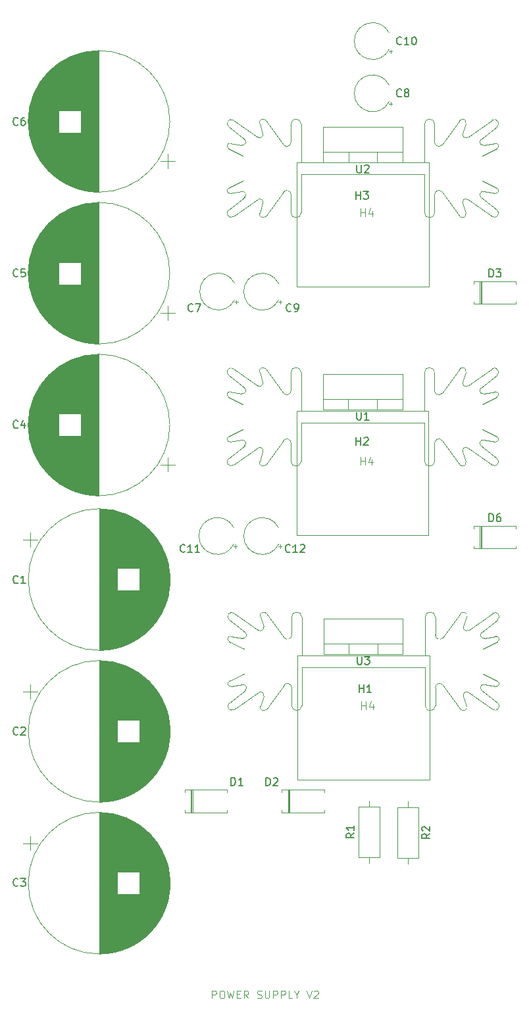
<source format=gbr>
%TF.GenerationSoftware,KiCad,Pcbnew,9.0.6*%
%TF.CreationDate,2026-01-02T00:19:35+11:00*%
%TF.ProjectId,power-supply,706f7765-722d-4737-9570-706c792e6b69,rev?*%
%TF.SameCoordinates,Original*%
%TF.FileFunction,Legend,Top*%
%TF.FilePolarity,Positive*%
%FSLAX46Y46*%
G04 Gerber Fmt 4.6, Leading zero omitted, Abs format (unit mm)*
G04 Created by KiCad (PCBNEW 9.0.6) date 2026-01-02 00:19:35*
%MOMM*%
%LPD*%
G01*
G04 APERTURE LIST*
%ADD10C,0.100000*%
%ADD11C,0.150000*%
%ADD12C,0.120000*%
G04 APERTURE END LIST*
D10*
X89803884Y-165872419D02*
X89803884Y-164872419D01*
X89803884Y-164872419D02*
X90184836Y-164872419D01*
X90184836Y-164872419D02*
X90280074Y-164920038D01*
X90280074Y-164920038D02*
X90327693Y-164967657D01*
X90327693Y-164967657D02*
X90375312Y-165062895D01*
X90375312Y-165062895D02*
X90375312Y-165205752D01*
X90375312Y-165205752D02*
X90327693Y-165300990D01*
X90327693Y-165300990D02*
X90280074Y-165348609D01*
X90280074Y-165348609D02*
X90184836Y-165396228D01*
X90184836Y-165396228D02*
X89803884Y-165396228D01*
X90994360Y-164872419D02*
X91184836Y-164872419D01*
X91184836Y-164872419D02*
X91280074Y-164920038D01*
X91280074Y-164920038D02*
X91375312Y-165015276D01*
X91375312Y-165015276D02*
X91422931Y-165205752D01*
X91422931Y-165205752D02*
X91422931Y-165539085D01*
X91422931Y-165539085D02*
X91375312Y-165729561D01*
X91375312Y-165729561D02*
X91280074Y-165824800D01*
X91280074Y-165824800D02*
X91184836Y-165872419D01*
X91184836Y-165872419D02*
X90994360Y-165872419D01*
X90994360Y-165872419D02*
X90899122Y-165824800D01*
X90899122Y-165824800D02*
X90803884Y-165729561D01*
X90803884Y-165729561D02*
X90756265Y-165539085D01*
X90756265Y-165539085D02*
X90756265Y-165205752D01*
X90756265Y-165205752D02*
X90803884Y-165015276D01*
X90803884Y-165015276D02*
X90899122Y-164920038D01*
X90899122Y-164920038D02*
X90994360Y-164872419D01*
X91756265Y-164872419D02*
X91994360Y-165872419D01*
X91994360Y-165872419D02*
X92184836Y-165158133D01*
X92184836Y-165158133D02*
X92375312Y-165872419D01*
X92375312Y-165872419D02*
X92613408Y-164872419D01*
X92994360Y-165348609D02*
X93327693Y-165348609D01*
X93470550Y-165872419D02*
X92994360Y-165872419D01*
X92994360Y-165872419D02*
X92994360Y-164872419D01*
X92994360Y-164872419D02*
X93470550Y-164872419D01*
X94470550Y-165872419D02*
X94137217Y-165396228D01*
X93899122Y-165872419D02*
X93899122Y-164872419D01*
X93899122Y-164872419D02*
X94280074Y-164872419D01*
X94280074Y-164872419D02*
X94375312Y-164920038D01*
X94375312Y-164920038D02*
X94422931Y-164967657D01*
X94422931Y-164967657D02*
X94470550Y-165062895D01*
X94470550Y-165062895D02*
X94470550Y-165205752D01*
X94470550Y-165205752D02*
X94422931Y-165300990D01*
X94422931Y-165300990D02*
X94375312Y-165348609D01*
X94375312Y-165348609D02*
X94280074Y-165396228D01*
X94280074Y-165396228D02*
X93899122Y-165396228D01*
X95613408Y-165824800D02*
X95756265Y-165872419D01*
X95756265Y-165872419D02*
X95994360Y-165872419D01*
X95994360Y-165872419D02*
X96089598Y-165824800D01*
X96089598Y-165824800D02*
X96137217Y-165777180D01*
X96137217Y-165777180D02*
X96184836Y-165681942D01*
X96184836Y-165681942D02*
X96184836Y-165586704D01*
X96184836Y-165586704D02*
X96137217Y-165491466D01*
X96137217Y-165491466D02*
X96089598Y-165443847D01*
X96089598Y-165443847D02*
X95994360Y-165396228D01*
X95994360Y-165396228D02*
X95803884Y-165348609D01*
X95803884Y-165348609D02*
X95708646Y-165300990D01*
X95708646Y-165300990D02*
X95661027Y-165253371D01*
X95661027Y-165253371D02*
X95613408Y-165158133D01*
X95613408Y-165158133D02*
X95613408Y-165062895D01*
X95613408Y-165062895D02*
X95661027Y-164967657D01*
X95661027Y-164967657D02*
X95708646Y-164920038D01*
X95708646Y-164920038D02*
X95803884Y-164872419D01*
X95803884Y-164872419D02*
X96041979Y-164872419D01*
X96041979Y-164872419D02*
X96184836Y-164920038D01*
X96613408Y-164872419D02*
X96613408Y-165681942D01*
X96613408Y-165681942D02*
X96661027Y-165777180D01*
X96661027Y-165777180D02*
X96708646Y-165824800D01*
X96708646Y-165824800D02*
X96803884Y-165872419D01*
X96803884Y-165872419D02*
X96994360Y-165872419D01*
X96994360Y-165872419D02*
X97089598Y-165824800D01*
X97089598Y-165824800D02*
X97137217Y-165777180D01*
X97137217Y-165777180D02*
X97184836Y-165681942D01*
X97184836Y-165681942D02*
X97184836Y-164872419D01*
X97661027Y-165872419D02*
X97661027Y-164872419D01*
X97661027Y-164872419D02*
X98041979Y-164872419D01*
X98041979Y-164872419D02*
X98137217Y-164920038D01*
X98137217Y-164920038D02*
X98184836Y-164967657D01*
X98184836Y-164967657D02*
X98232455Y-165062895D01*
X98232455Y-165062895D02*
X98232455Y-165205752D01*
X98232455Y-165205752D02*
X98184836Y-165300990D01*
X98184836Y-165300990D02*
X98137217Y-165348609D01*
X98137217Y-165348609D02*
X98041979Y-165396228D01*
X98041979Y-165396228D02*
X97661027Y-165396228D01*
X98661027Y-165872419D02*
X98661027Y-164872419D01*
X98661027Y-164872419D02*
X99041979Y-164872419D01*
X99041979Y-164872419D02*
X99137217Y-164920038D01*
X99137217Y-164920038D02*
X99184836Y-164967657D01*
X99184836Y-164967657D02*
X99232455Y-165062895D01*
X99232455Y-165062895D02*
X99232455Y-165205752D01*
X99232455Y-165205752D02*
X99184836Y-165300990D01*
X99184836Y-165300990D02*
X99137217Y-165348609D01*
X99137217Y-165348609D02*
X99041979Y-165396228D01*
X99041979Y-165396228D02*
X98661027Y-165396228D01*
X100137217Y-165872419D02*
X99661027Y-165872419D01*
X99661027Y-165872419D02*
X99661027Y-164872419D01*
X100661027Y-165396228D02*
X100661027Y-165872419D01*
X100327694Y-164872419D02*
X100661027Y-165396228D01*
X100661027Y-165396228D02*
X100994360Y-164872419D01*
X101946742Y-164872419D02*
X102280075Y-165872419D01*
X102280075Y-165872419D02*
X102613408Y-164872419D01*
X102899123Y-164967657D02*
X102946742Y-164920038D01*
X102946742Y-164920038D02*
X103041980Y-164872419D01*
X103041980Y-164872419D02*
X103280075Y-164872419D01*
X103280075Y-164872419D02*
X103375313Y-164920038D01*
X103375313Y-164920038D02*
X103422932Y-164967657D01*
X103422932Y-164967657D02*
X103470551Y-165062895D01*
X103470551Y-165062895D02*
X103470551Y-165158133D01*
X103470551Y-165158133D02*
X103422932Y-165300990D01*
X103422932Y-165300990D02*
X102851504Y-165872419D01*
X102851504Y-165872419D02*
X103470551Y-165872419D01*
D11*
X86308522Y-108348184D02*
X86260903Y-108395804D01*
X86260903Y-108395804D02*
X86118046Y-108443423D01*
X86118046Y-108443423D02*
X86022808Y-108443423D01*
X86022808Y-108443423D02*
X85879951Y-108395804D01*
X85879951Y-108395804D02*
X85784713Y-108300565D01*
X85784713Y-108300565D02*
X85737094Y-108205327D01*
X85737094Y-108205327D02*
X85689475Y-108014851D01*
X85689475Y-108014851D02*
X85689475Y-107871994D01*
X85689475Y-107871994D02*
X85737094Y-107681518D01*
X85737094Y-107681518D02*
X85784713Y-107586280D01*
X85784713Y-107586280D02*
X85879951Y-107491042D01*
X85879951Y-107491042D02*
X86022808Y-107443423D01*
X86022808Y-107443423D02*
X86118046Y-107443423D01*
X86118046Y-107443423D02*
X86260903Y-107491042D01*
X86260903Y-107491042D02*
X86308522Y-107538661D01*
X87260903Y-108443423D02*
X86689475Y-108443423D01*
X86975189Y-108443423D02*
X86975189Y-107443423D01*
X86975189Y-107443423D02*
X86879951Y-107586280D01*
X86879951Y-107586280D02*
X86784713Y-107681518D01*
X86784713Y-107681518D02*
X86689475Y-107729137D01*
X88213284Y-108443423D02*
X87641856Y-108443423D01*
X87927570Y-108443423D02*
X87927570Y-107443423D01*
X87927570Y-107443423D02*
X87832332Y-107586280D01*
X87832332Y-107586280D02*
X87737094Y-107681518D01*
X87737094Y-107681518D02*
X87641856Y-107729137D01*
D10*
X109038095Y-128657419D02*
X109038095Y-127657419D01*
X109038095Y-128133609D02*
X109609523Y-128133609D01*
X109609523Y-128657419D02*
X109609523Y-127657419D01*
X110514285Y-127990752D02*
X110514285Y-128657419D01*
X110276190Y-127609800D02*
X110038095Y-128324085D01*
X110038095Y-128324085D02*
X110657142Y-128324085D01*
X108915862Y-97169819D02*
X108915862Y-96169819D01*
X108915862Y-96646009D02*
X109487290Y-96646009D01*
X109487290Y-97169819D02*
X109487290Y-96169819D01*
X110392052Y-96503152D02*
X110392052Y-97169819D01*
X110153957Y-96122200D02*
X109915862Y-96836485D01*
X109915862Y-96836485D02*
X110534909Y-96836485D01*
X108943868Y-65160052D02*
X108943868Y-64160052D01*
X108943868Y-64636242D02*
X109515296Y-64636242D01*
X109515296Y-65160052D02*
X109515296Y-64160052D01*
X110420058Y-64493385D02*
X110420058Y-65160052D01*
X110181963Y-64112433D02*
X109943868Y-64826718D01*
X109943868Y-64826718D02*
X110562915Y-64826718D01*
D11*
X108337953Y-62954597D02*
X108337953Y-61954597D01*
X108337953Y-62430787D02*
X108909381Y-62430787D01*
X108909381Y-62954597D02*
X108909381Y-61954597D01*
X109290334Y-61954597D02*
X109909381Y-61954597D01*
X109909381Y-61954597D02*
X109576048Y-62335549D01*
X109576048Y-62335549D02*
X109718905Y-62335549D01*
X109718905Y-62335549D02*
X109814143Y-62383168D01*
X109814143Y-62383168D02*
X109861762Y-62430787D01*
X109861762Y-62430787D02*
X109909381Y-62526025D01*
X109909381Y-62526025D02*
X109909381Y-62764120D01*
X109909381Y-62764120D02*
X109861762Y-62859358D01*
X109861762Y-62859358D02*
X109814143Y-62906978D01*
X109814143Y-62906978D02*
X109718905Y-62954597D01*
X109718905Y-62954597D02*
X109433191Y-62954597D01*
X109433191Y-62954597D02*
X109337953Y-62906978D01*
X109337953Y-62906978D02*
X109290334Y-62859358D01*
X114176941Y-49695208D02*
X114129322Y-49742828D01*
X114129322Y-49742828D02*
X113986465Y-49790447D01*
X113986465Y-49790447D02*
X113891227Y-49790447D01*
X113891227Y-49790447D02*
X113748370Y-49742828D01*
X113748370Y-49742828D02*
X113653132Y-49647589D01*
X113653132Y-49647589D02*
X113605513Y-49552351D01*
X113605513Y-49552351D02*
X113557894Y-49361875D01*
X113557894Y-49361875D02*
X113557894Y-49219018D01*
X113557894Y-49219018D02*
X113605513Y-49028542D01*
X113605513Y-49028542D02*
X113653132Y-48933304D01*
X113653132Y-48933304D02*
X113748370Y-48838066D01*
X113748370Y-48838066D02*
X113891227Y-48790447D01*
X113891227Y-48790447D02*
X113986465Y-48790447D01*
X113986465Y-48790447D02*
X114129322Y-48838066D01*
X114129322Y-48838066D02*
X114176941Y-48885685D01*
X114748370Y-49219018D02*
X114653132Y-49171399D01*
X114653132Y-49171399D02*
X114605513Y-49123780D01*
X114605513Y-49123780D02*
X114557894Y-49028542D01*
X114557894Y-49028542D02*
X114557894Y-48980923D01*
X114557894Y-48980923D02*
X114605513Y-48885685D01*
X114605513Y-48885685D02*
X114653132Y-48838066D01*
X114653132Y-48838066D02*
X114748370Y-48790447D01*
X114748370Y-48790447D02*
X114938846Y-48790447D01*
X114938846Y-48790447D02*
X115034084Y-48838066D01*
X115034084Y-48838066D02*
X115081703Y-48885685D01*
X115081703Y-48885685D02*
X115129322Y-48980923D01*
X115129322Y-48980923D02*
X115129322Y-49028542D01*
X115129322Y-49028542D02*
X115081703Y-49123780D01*
X115081703Y-49123780D02*
X115034084Y-49171399D01*
X115034084Y-49171399D02*
X114938846Y-49219018D01*
X114938846Y-49219018D02*
X114748370Y-49219018D01*
X114748370Y-49219018D02*
X114653132Y-49266637D01*
X114653132Y-49266637D02*
X114605513Y-49314256D01*
X114605513Y-49314256D02*
X114557894Y-49409494D01*
X114557894Y-49409494D02*
X114557894Y-49599970D01*
X114557894Y-49599970D02*
X114605513Y-49695208D01*
X114605513Y-49695208D02*
X114653132Y-49742828D01*
X114653132Y-49742828D02*
X114748370Y-49790447D01*
X114748370Y-49790447D02*
X114938846Y-49790447D01*
X114938846Y-49790447D02*
X115034084Y-49742828D01*
X115034084Y-49742828D02*
X115081703Y-49695208D01*
X115081703Y-49695208D02*
X115129322Y-49599970D01*
X115129322Y-49599970D02*
X115129322Y-49409494D01*
X115129322Y-49409494D02*
X115081703Y-49314256D01*
X115081703Y-49314256D02*
X115034084Y-49266637D01*
X115034084Y-49266637D02*
X114938846Y-49219018D01*
X99981536Y-77359580D02*
X99933917Y-77407200D01*
X99933917Y-77407200D02*
X99791060Y-77454819D01*
X99791060Y-77454819D02*
X99695822Y-77454819D01*
X99695822Y-77454819D02*
X99552965Y-77407200D01*
X99552965Y-77407200D02*
X99457727Y-77311961D01*
X99457727Y-77311961D02*
X99410108Y-77216723D01*
X99410108Y-77216723D02*
X99362489Y-77026247D01*
X99362489Y-77026247D02*
X99362489Y-76883390D01*
X99362489Y-76883390D02*
X99410108Y-76692914D01*
X99410108Y-76692914D02*
X99457727Y-76597676D01*
X99457727Y-76597676D02*
X99552965Y-76502438D01*
X99552965Y-76502438D02*
X99695822Y-76454819D01*
X99695822Y-76454819D02*
X99791060Y-76454819D01*
X99791060Y-76454819D02*
X99933917Y-76502438D01*
X99933917Y-76502438D02*
X99981536Y-76550057D01*
X100457727Y-77454819D02*
X100648203Y-77454819D01*
X100648203Y-77454819D02*
X100743441Y-77407200D01*
X100743441Y-77407200D02*
X100791060Y-77359580D01*
X100791060Y-77359580D02*
X100886298Y-77216723D01*
X100886298Y-77216723D02*
X100933917Y-77026247D01*
X100933917Y-77026247D02*
X100933917Y-76645295D01*
X100933917Y-76645295D02*
X100886298Y-76550057D01*
X100886298Y-76550057D02*
X100838679Y-76502438D01*
X100838679Y-76502438D02*
X100743441Y-76454819D01*
X100743441Y-76454819D02*
X100552965Y-76454819D01*
X100552965Y-76454819D02*
X100457727Y-76502438D01*
X100457727Y-76502438D02*
X100410108Y-76550057D01*
X100410108Y-76550057D02*
X100362489Y-76645295D01*
X100362489Y-76645295D02*
X100362489Y-76883390D01*
X100362489Y-76883390D02*
X100410108Y-76978628D01*
X100410108Y-76978628D02*
X100457727Y-77026247D01*
X100457727Y-77026247D02*
X100552965Y-77073866D01*
X100552965Y-77073866D02*
X100743441Y-77073866D01*
X100743441Y-77073866D02*
X100838679Y-77026247D01*
X100838679Y-77026247D02*
X100886298Y-76978628D01*
X100886298Y-76978628D02*
X100933917Y-76883390D01*
X64833333Y-151359580D02*
X64785714Y-151407200D01*
X64785714Y-151407200D02*
X64642857Y-151454819D01*
X64642857Y-151454819D02*
X64547619Y-151454819D01*
X64547619Y-151454819D02*
X64404762Y-151407200D01*
X64404762Y-151407200D02*
X64309524Y-151311961D01*
X64309524Y-151311961D02*
X64261905Y-151216723D01*
X64261905Y-151216723D02*
X64214286Y-151026247D01*
X64214286Y-151026247D02*
X64214286Y-150883390D01*
X64214286Y-150883390D02*
X64261905Y-150692914D01*
X64261905Y-150692914D02*
X64309524Y-150597676D01*
X64309524Y-150597676D02*
X64404762Y-150502438D01*
X64404762Y-150502438D02*
X64547619Y-150454819D01*
X64547619Y-150454819D02*
X64642857Y-150454819D01*
X64642857Y-150454819D02*
X64785714Y-150502438D01*
X64785714Y-150502438D02*
X64833333Y-150550057D01*
X65166667Y-150454819D02*
X65785714Y-150454819D01*
X65785714Y-150454819D02*
X65452381Y-150835771D01*
X65452381Y-150835771D02*
X65595238Y-150835771D01*
X65595238Y-150835771D02*
X65690476Y-150883390D01*
X65690476Y-150883390D02*
X65738095Y-150931009D01*
X65738095Y-150931009D02*
X65785714Y-151026247D01*
X65785714Y-151026247D02*
X65785714Y-151264342D01*
X65785714Y-151264342D02*
X65738095Y-151359580D01*
X65738095Y-151359580D02*
X65690476Y-151407200D01*
X65690476Y-151407200D02*
X65595238Y-151454819D01*
X65595238Y-151454819D02*
X65309524Y-151454819D01*
X65309524Y-151454819D02*
X65214286Y-151407200D01*
X65214286Y-151407200D02*
X65166667Y-151359580D01*
X92261905Y-138454819D02*
X92261905Y-137454819D01*
X92261905Y-137454819D02*
X92500000Y-137454819D01*
X92500000Y-137454819D02*
X92642857Y-137502438D01*
X92642857Y-137502438D02*
X92738095Y-137597676D01*
X92738095Y-137597676D02*
X92785714Y-137692914D01*
X92785714Y-137692914D02*
X92833333Y-137883390D01*
X92833333Y-137883390D02*
X92833333Y-138026247D01*
X92833333Y-138026247D02*
X92785714Y-138216723D01*
X92785714Y-138216723D02*
X92738095Y-138311961D01*
X92738095Y-138311961D02*
X92642857Y-138407200D01*
X92642857Y-138407200D02*
X92500000Y-138454819D01*
X92500000Y-138454819D02*
X92261905Y-138454819D01*
X93785714Y-138454819D02*
X93214286Y-138454819D01*
X93500000Y-138454819D02*
X93500000Y-137454819D01*
X93500000Y-137454819D02*
X93404762Y-137597676D01*
X93404762Y-137597676D02*
X93309524Y-137692914D01*
X93309524Y-137692914D02*
X93214286Y-137740533D01*
X99845114Y-108359580D02*
X99797495Y-108407200D01*
X99797495Y-108407200D02*
X99654638Y-108454819D01*
X99654638Y-108454819D02*
X99559400Y-108454819D01*
X99559400Y-108454819D02*
X99416543Y-108407200D01*
X99416543Y-108407200D02*
X99321305Y-108311961D01*
X99321305Y-108311961D02*
X99273686Y-108216723D01*
X99273686Y-108216723D02*
X99226067Y-108026247D01*
X99226067Y-108026247D02*
X99226067Y-107883390D01*
X99226067Y-107883390D02*
X99273686Y-107692914D01*
X99273686Y-107692914D02*
X99321305Y-107597676D01*
X99321305Y-107597676D02*
X99416543Y-107502438D01*
X99416543Y-107502438D02*
X99559400Y-107454819D01*
X99559400Y-107454819D02*
X99654638Y-107454819D01*
X99654638Y-107454819D02*
X99797495Y-107502438D01*
X99797495Y-107502438D02*
X99845114Y-107550057D01*
X100797495Y-108454819D02*
X100226067Y-108454819D01*
X100511781Y-108454819D02*
X100511781Y-107454819D01*
X100511781Y-107454819D02*
X100416543Y-107597676D01*
X100416543Y-107597676D02*
X100321305Y-107692914D01*
X100321305Y-107692914D02*
X100226067Y-107740533D01*
X101178448Y-107550057D02*
X101226067Y-107502438D01*
X101226067Y-107502438D02*
X101321305Y-107454819D01*
X101321305Y-107454819D02*
X101559400Y-107454819D01*
X101559400Y-107454819D02*
X101654638Y-107502438D01*
X101654638Y-107502438D02*
X101702257Y-107550057D01*
X101702257Y-107550057D02*
X101749876Y-107645295D01*
X101749876Y-107645295D02*
X101749876Y-107740533D01*
X101749876Y-107740533D02*
X101702257Y-107883390D01*
X101702257Y-107883390D02*
X101130829Y-108454819D01*
X101130829Y-108454819D02*
X101749876Y-108454819D01*
X117824819Y-144696666D02*
X117348628Y-145029999D01*
X117824819Y-145268094D02*
X116824819Y-145268094D01*
X116824819Y-145268094D02*
X116824819Y-144887142D01*
X116824819Y-144887142D02*
X116872438Y-144791904D01*
X116872438Y-144791904D02*
X116920057Y-144744285D01*
X116920057Y-144744285D02*
X117015295Y-144696666D01*
X117015295Y-144696666D02*
X117158152Y-144696666D01*
X117158152Y-144696666D02*
X117253390Y-144744285D01*
X117253390Y-144744285D02*
X117301009Y-144791904D01*
X117301009Y-144791904D02*
X117348628Y-144887142D01*
X117348628Y-144887142D02*
X117348628Y-145268094D01*
X116920057Y-144315713D02*
X116872438Y-144268094D01*
X116872438Y-144268094D02*
X116824819Y-144172856D01*
X116824819Y-144172856D02*
X116824819Y-143934761D01*
X116824819Y-143934761D02*
X116872438Y-143839523D01*
X116872438Y-143839523D02*
X116920057Y-143791904D01*
X116920057Y-143791904D02*
X117015295Y-143744285D01*
X117015295Y-143744285D02*
X117110533Y-143744285D01*
X117110533Y-143744285D02*
X117253390Y-143791904D01*
X117253390Y-143791904D02*
X117824819Y-144363332D01*
X117824819Y-144363332D02*
X117824819Y-143744285D01*
X108729053Y-126488936D02*
X108729053Y-125488936D01*
X108729053Y-125965126D02*
X109300481Y-125965126D01*
X109300481Y-126488936D02*
X109300481Y-125488936D01*
X110300481Y-126488936D02*
X109729053Y-126488936D01*
X110014767Y-126488936D02*
X110014767Y-125488936D01*
X110014767Y-125488936D02*
X109919529Y-125631793D01*
X109919529Y-125631793D02*
X109824291Y-125727031D01*
X109824291Y-125727031D02*
X109729053Y-125774650D01*
X64833333Y-131859580D02*
X64785714Y-131907200D01*
X64785714Y-131907200D02*
X64642857Y-131954819D01*
X64642857Y-131954819D02*
X64547619Y-131954819D01*
X64547619Y-131954819D02*
X64404762Y-131907200D01*
X64404762Y-131907200D02*
X64309524Y-131811961D01*
X64309524Y-131811961D02*
X64261905Y-131716723D01*
X64261905Y-131716723D02*
X64214286Y-131526247D01*
X64214286Y-131526247D02*
X64214286Y-131383390D01*
X64214286Y-131383390D02*
X64261905Y-131192914D01*
X64261905Y-131192914D02*
X64309524Y-131097676D01*
X64309524Y-131097676D02*
X64404762Y-131002438D01*
X64404762Y-131002438D02*
X64547619Y-130954819D01*
X64547619Y-130954819D02*
X64642857Y-130954819D01*
X64642857Y-130954819D02*
X64785714Y-131002438D01*
X64785714Y-131002438D02*
X64833333Y-131050057D01*
X65214286Y-131050057D02*
X65261905Y-131002438D01*
X65261905Y-131002438D02*
X65357143Y-130954819D01*
X65357143Y-130954819D02*
X65595238Y-130954819D01*
X65595238Y-130954819D02*
X65690476Y-131002438D01*
X65690476Y-131002438D02*
X65738095Y-131050057D01*
X65738095Y-131050057D02*
X65785714Y-131145295D01*
X65785714Y-131145295D02*
X65785714Y-131240533D01*
X65785714Y-131240533D02*
X65738095Y-131383390D01*
X65738095Y-131383390D02*
X65166667Y-131954819D01*
X65166667Y-131954819D02*
X65785714Y-131954819D01*
X108084819Y-144616666D02*
X107608628Y-144949999D01*
X108084819Y-145188094D02*
X107084819Y-145188094D01*
X107084819Y-145188094D02*
X107084819Y-144807142D01*
X107084819Y-144807142D02*
X107132438Y-144711904D01*
X107132438Y-144711904D02*
X107180057Y-144664285D01*
X107180057Y-144664285D02*
X107275295Y-144616666D01*
X107275295Y-144616666D02*
X107418152Y-144616666D01*
X107418152Y-144616666D02*
X107513390Y-144664285D01*
X107513390Y-144664285D02*
X107561009Y-144711904D01*
X107561009Y-144711904D02*
X107608628Y-144807142D01*
X107608628Y-144807142D02*
X107608628Y-145188094D01*
X108084819Y-143664285D02*
X108084819Y-144235713D01*
X108084819Y-143949999D02*
X107084819Y-143949999D01*
X107084819Y-143949999D02*
X107227676Y-144045237D01*
X107227676Y-144045237D02*
X107322914Y-144140475D01*
X107322914Y-144140475D02*
X107370533Y-144235713D01*
X87333333Y-77359580D02*
X87285714Y-77407200D01*
X87285714Y-77407200D02*
X87142857Y-77454819D01*
X87142857Y-77454819D02*
X87047619Y-77454819D01*
X87047619Y-77454819D02*
X86904762Y-77407200D01*
X86904762Y-77407200D02*
X86809524Y-77311961D01*
X86809524Y-77311961D02*
X86761905Y-77216723D01*
X86761905Y-77216723D02*
X86714286Y-77026247D01*
X86714286Y-77026247D02*
X86714286Y-76883390D01*
X86714286Y-76883390D02*
X86761905Y-76692914D01*
X86761905Y-76692914D02*
X86809524Y-76597676D01*
X86809524Y-76597676D02*
X86904762Y-76502438D01*
X86904762Y-76502438D02*
X87047619Y-76454819D01*
X87047619Y-76454819D02*
X87142857Y-76454819D01*
X87142857Y-76454819D02*
X87285714Y-76502438D01*
X87285714Y-76502438D02*
X87333333Y-76550057D01*
X87666667Y-76454819D02*
X88333333Y-76454819D01*
X88333333Y-76454819D02*
X87904762Y-77454819D01*
X108438095Y-58554819D02*
X108438095Y-59364342D01*
X108438095Y-59364342D02*
X108485714Y-59459580D01*
X108485714Y-59459580D02*
X108533333Y-59507200D01*
X108533333Y-59507200D02*
X108628571Y-59554819D01*
X108628571Y-59554819D02*
X108819047Y-59554819D01*
X108819047Y-59554819D02*
X108914285Y-59507200D01*
X108914285Y-59507200D02*
X108961904Y-59459580D01*
X108961904Y-59459580D02*
X109009523Y-59364342D01*
X109009523Y-59364342D02*
X109009523Y-58554819D01*
X109438095Y-58650057D02*
X109485714Y-58602438D01*
X109485714Y-58602438D02*
X109580952Y-58554819D01*
X109580952Y-58554819D02*
X109819047Y-58554819D01*
X109819047Y-58554819D02*
X109914285Y-58602438D01*
X109914285Y-58602438D02*
X109961904Y-58650057D01*
X109961904Y-58650057D02*
X110009523Y-58745295D01*
X110009523Y-58745295D02*
X110009523Y-58840533D01*
X110009523Y-58840533D02*
X109961904Y-58983390D01*
X109961904Y-58983390D02*
X109390476Y-59554819D01*
X109390476Y-59554819D02*
X110009523Y-59554819D01*
X108433229Y-90386239D02*
X108433229Y-91195762D01*
X108433229Y-91195762D02*
X108480848Y-91291000D01*
X108480848Y-91291000D02*
X108528467Y-91338620D01*
X108528467Y-91338620D02*
X108623705Y-91386239D01*
X108623705Y-91386239D02*
X108814181Y-91386239D01*
X108814181Y-91386239D02*
X108909419Y-91338620D01*
X108909419Y-91338620D02*
X108957038Y-91291000D01*
X108957038Y-91291000D02*
X109004657Y-91195762D01*
X109004657Y-91195762D02*
X109004657Y-90386239D01*
X110004657Y-91386239D02*
X109433229Y-91386239D01*
X109718943Y-91386239D02*
X109718943Y-90386239D01*
X109718943Y-90386239D02*
X109623705Y-90529096D01*
X109623705Y-90529096D02*
X109528467Y-90624334D01*
X109528467Y-90624334D02*
X109433229Y-90671953D01*
X64833333Y-72859580D02*
X64785714Y-72907200D01*
X64785714Y-72907200D02*
X64642857Y-72954819D01*
X64642857Y-72954819D02*
X64547619Y-72954819D01*
X64547619Y-72954819D02*
X64404762Y-72907200D01*
X64404762Y-72907200D02*
X64309524Y-72811961D01*
X64309524Y-72811961D02*
X64261905Y-72716723D01*
X64261905Y-72716723D02*
X64214286Y-72526247D01*
X64214286Y-72526247D02*
X64214286Y-72383390D01*
X64214286Y-72383390D02*
X64261905Y-72192914D01*
X64261905Y-72192914D02*
X64309524Y-72097676D01*
X64309524Y-72097676D02*
X64404762Y-72002438D01*
X64404762Y-72002438D02*
X64547619Y-71954819D01*
X64547619Y-71954819D02*
X64642857Y-71954819D01*
X64642857Y-71954819D02*
X64785714Y-72002438D01*
X64785714Y-72002438D02*
X64833333Y-72050057D01*
X65738095Y-71954819D02*
X65261905Y-71954819D01*
X65261905Y-71954819D02*
X65214286Y-72431009D01*
X65214286Y-72431009D02*
X65261905Y-72383390D01*
X65261905Y-72383390D02*
X65357143Y-72335771D01*
X65357143Y-72335771D02*
X65595238Y-72335771D01*
X65595238Y-72335771D02*
X65690476Y-72383390D01*
X65690476Y-72383390D02*
X65738095Y-72431009D01*
X65738095Y-72431009D02*
X65785714Y-72526247D01*
X65785714Y-72526247D02*
X65785714Y-72764342D01*
X65785714Y-72764342D02*
X65738095Y-72859580D01*
X65738095Y-72859580D02*
X65690476Y-72907200D01*
X65690476Y-72907200D02*
X65595238Y-72954819D01*
X65595238Y-72954819D02*
X65357143Y-72954819D01*
X65357143Y-72954819D02*
X65261905Y-72907200D01*
X65261905Y-72907200D02*
X65214286Y-72859580D01*
X114177908Y-42966213D02*
X114130289Y-43013833D01*
X114130289Y-43013833D02*
X113987432Y-43061452D01*
X113987432Y-43061452D02*
X113892194Y-43061452D01*
X113892194Y-43061452D02*
X113749337Y-43013833D01*
X113749337Y-43013833D02*
X113654099Y-42918594D01*
X113654099Y-42918594D02*
X113606480Y-42823356D01*
X113606480Y-42823356D02*
X113558861Y-42632880D01*
X113558861Y-42632880D02*
X113558861Y-42490023D01*
X113558861Y-42490023D02*
X113606480Y-42299547D01*
X113606480Y-42299547D02*
X113654099Y-42204309D01*
X113654099Y-42204309D02*
X113749337Y-42109071D01*
X113749337Y-42109071D02*
X113892194Y-42061452D01*
X113892194Y-42061452D02*
X113987432Y-42061452D01*
X113987432Y-42061452D02*
X114130289Y-42109071D01*
X114130289Y-42109071D02*
X114177908Y-42156690D01*
X115130289Y-43061452D02*
X114558861Y-43061452D01*
X114844575Y-43061452D02*
X114844575Y-42061452D01*
X114844575Y-42061452D02*
X114749337Y-42204309D01*
X114749337Y-42204309D02*
X114654099Y-42299547D01*
X114654099Y-42299547D02*
X114558861Y-42347166D01*
X115749337Y-42061452D02*
X115844575Y-42061452D01*
X115844575Y-42061452D02*
X115939813Y-42109071D01*
X115939813Y-42109071D02*
X115987432Y-42156690D01*
X115987432Y-42156690D02*
X116035051Y-42251928D01*
X116035051Y-42251928D02*
X116082670Y-42442404D01*
X116082670Y-42442404D02*
X116082670Y-42680499D01*
X116082670Y-42680499D02*
X116035051Y-42870975D01*
X116035051Y-42870975D02*
X115987432Y-42966213D01*
X115987432Y-42966213D02*
X115939813Y-43013833D01*
X115939813Y-43013833D02*
X115844575Y-43061452D01*
X115844575Y-43061452D02*
X115749337Y-43061452D01*
X115749337Y-43061452D02*
X115654099Y-43013833D01*
X115654099Y-43013833D02*
X115606480Y-42966213D01*
X115606480Y-42966213D02*
X115558861Y-42870975D01*
X115558861Y-42870975D02*
X115511242Y-42680499D01*
X115511242Y-42680499D02*
X115511242Y-42442404D01*
X115511242Y-42442404D02*
X115558861Y-42251928D01*
X115558861Y-42251928D02*
X115606480Y-42156690D01*
X115606480Y-42156690D02*
X115654099Y-42109071D01*
X115654099Y-42109071D02*
X115749337Y-42061452D01*
X96761905Y-138484819D02*
X96761905Y-137484819D01*
X96761905Y-137484819D02*
X97000000Y-137484819D01*
X97000000Y-137484819D02*
X97142857Y-137532438D01*
X97142857Y-137532438D02*
X97238095Y-137627676D01*
X97238095Y-137627676D02*
X97285714Y-137722914D01*
X97285714Y-137722914D02*
X97333333Y-137913390D01*
X97333333Y-137913390D02*
X97333333Y-138056247D01*
X97333333Y-138056247D02*
X97285714Y-138246723D01*
X97285714Y-138246723D02*
X97238095Y-138341961D01*
X97238095Y-138341961D02*
X97142857Y-138437200D01*
X97142857Y-138437200D02*
X97000000Y-138484819D01*
X97000000Y-138484819D02*
X96761905Y-138484819D01*
X97714286Y-137580057D02*
X97761905Y-137532438D01*
X97761905Y-137532438D02*
X97857143Y-137484819D01*
X97857143Y-137484819D02*
X98095238Y-137484819D01*
X98095238Y-137484819D02*
X98190476Y-137532438D01*
X98190476Y-137532438D02*
X98238095Y-137580057D01*
X98238095Y-137580057D02*
X98285714Y-137675295D01*
X98285714Y-137675295D02*
X98285714Y-137770533D01*
X98285714Y-137770533D02*
X98238095Y-137913390D01*
X98238095Y-137913390D02*
X97666667Y-138484819D01*
X97666667Y-138484819D02*
X98285714Y-138484819D01*
X64833333Y-92359580D02*
X64785714Y-92407200D01*
X64785714Y-92407200D02*
X64642857Y-92454819D01*
X64642857Y-92454819D02*
X64547619Y-92454819D01*
X64547619Y-92454819D02*
X64404762Y-92407200D01*
X64404762Y-92407200D02*
X64309524Y-92311961D01*
X64309524Y-92311961D02*
X64261905Y-92216723D01*
X64261905Y-92216723D02*
X64214286Y-92026247D01*
X64214286Y-92026247D02*
X64214286Y-91883390D01*
X64214286Y-91883390D02*
X64261905Y-91692914D01*
X64261905Y-91692914D02*
X64309524Y-91597676D01*
X64309524Y-91597676D02*
X64404762Y-91502438D01*
X64404762Y-91502438D02*
X64547619Y-91454819D01*
X64547619Y-91454819D02*
X64642857Y-91454819D01*
X64642857Y-91454819D02*
X64785714Y-91502438D01*
X64785714Y-91502438D02*
X64833333Y-91550057D01*
X65690476Y-91788152D02*
X65690476Y-92454819D01*
X65452381Y-91407200D02*
X65214286Y-92121485D01*
X65214286Y-92121485D02*
X65833333Y-92121485D01*
X125451905Y-72984819D02*
X125451905Y-71984819D01*
X125451905Y-71984819D02*
X125690000Y-71984819D01*
X125690000Y-71984819D02*
X125832857Y-72032438D01*
X125832857Y-72032438D02*
X125928095Y-72127676D01*
X125928095Y-72127676D02*
X125975714Y-72222914D01*
X125975714Y-72222914D02*
X126023333Y-72413390D01*
X126023333Y-72413390D02*
X126023333Y-72556247D01*
X126023333Y-72556247D02*
X125975714Y-72746723D01*
X125975714Y-72746723D02*
X125928095Y-72841961D01*
X125928095Y-72841961D02*
X125832857Y-72937200D01*
X125832857Y-72937200D02*
X125690000Y-72984819D01*
X125690000Y-72984819D02*
X125451905Y-72984819D01*
X126356667Y-71984819D02*
X126975714Y-71984819D01*
X126975714Y-71984819D02*
X126642381Y-72365771D01*
X126642381Y-72365771D02*
X126785238Y-72365771D01*
X126785238Y-72365771D02*
X126880476Y-72413390D01*
X126880476Y-72413390D02*
X126928095Y-72461009D01*
X126928095Y-72461009D02*
X126975714Y-72556247D01*
X126975714Y-72556247D02*
X126975714Y-72794342D01*
X126975714Y-72794342D02*
X126928095Y-72889580D01*
X126928095Y-72889580D02*
X126880476Y-72937200D01*
X126880476Y-72937200D02*
X126785238Y-72984819D01*
X126785238Y-72984819D02*
X126499524Y-72984819D01*
X126499524Y-72984819D02*
X126404286Y-72937200D01*
X126404286Y-72937200D02*
X126356667Y-72889580D01*
X125451905Y-104484819D02*
X125451905Y-103484819D01*
X125451905Y-103484819D02*
X125690000Y-103484819D01*
X125690000Y-103484819D02*
X125832857Y-103532438D01*
X125832857Y-103532438D02*
X125928095Y-103627676D01*
X125928095Y-103627676D02*
X125975714Y-103722914D01*
X125975714Y-103722914D02*
X126023333Y-103913390D01*
X126023333Y-103913390D02*
X126023333Y-104056247D01*
X126023333Y-104056247D02*
X125975714Y-104246723D01*
X125975714Y-104246723D02*
X125928095Y-104341961D01*
X125928095Y-104341961D02*
X125832857Y-104437200D01*
X125832857Y-104437200D02*
X125690000Y-104484819D01*
X125690000Y-104484819D02*
X125451905Y-104484819D01*
X126880476Y-103484819D02*
X126690000Y-103484819D01*
X126690000Y-103484819D02*
X126594762Y-103532438D01*
X126594762Y-103532438D02*
X126547143Y-103580057D01*
X126547143Y-103580057D02*
X126451905Y-103722914D01*
X126451905Y-103722914D02*
X126404286Y-103913390D01*
X126404286Y-103913390D02*
X126404286Y-104294342D01*
X126404286Y-104294342D02*
X126451905Y-104389580D01*
X126451905Y-104389580D02*
X126499524Y-104437200D01*
X126499524Y-104437200D02*
X126594762Y-104484819D01*
X126594762Y-104484819D02*
X126785238Y-104484819D01*
X126785238Y-104484819D02*
X126880476Y-104437200D01*
X126880476Y-104437200D02*
X126928095Y-104389580D01*
X126928095Y-104389580D02*
X126975714Y-104294342D01*
X126975714Y-104294342D02*
X126975714Y-104056247D01*
X126975714Y-104056247D02*
X126928095Y-103961009D01*
X126928095Y-103961009D02*
X126880476Y-103913390D01*
X126880476Y-103913390D02*
X126785238Y-103865771D01*
X126785238Y-103865771D02*
X126594762Y-103865771D01*
X126594762Y-103865771D02*
X126499524Y-103913390D01*
X126499524Y-103913390D02*
X126451905Y-103961009D01*
X126451905Y-103961009D02*
X126404286Y-104056247D01*
X108493243Y-121876853D02*
X108493243Y-122686376D01*
X108493243Y-122686376D02*
X108540862Y-122781614D01*
X108540862Y-122781614D02*
X108588481Y-122829234D01*
X108588481Y-122829234D02*
X108683719Y-122876853D01*
X108683719Y-122876853D02*
X108874195Y-122876853D01*
X108874195Y-122876853D02*
X108969433Y-122829234D01*
X108969433Y-122829234D02*
X109017052Y-122781614D01*
X109017052Y-122781614D02*
X109064671Y-122686376D01*
X109064671Y-122686376D02*
X109064671Y-121876853D01*
X109445624Y-121876853D02*
X110064671Y-121876853D01*
X110064671Y-121876853D02*
X109731338Y-122257805D01*
X109731338Y-122257805D02*
X109874195Y-122257805D01*
X109874195Y-122257805D02*
X109969433Y-122305424D01*
X109969433Y-122305424D02*
X110017052Y-122353043D01*
X110017052Y-122353043D02*
X110064671Y-122448281D01*
X110064671Y-122448281D02*
X110064671Y-122686376D01*
X110064671Y-122686376D02*
X110017052Y-122781614D01*
X110017052Y-122781614D02*
X109969433Y-122829234D01*
X109969433Y-122829234D02*
X109874195Y-122876853D01*
X109874195Y-122876853D02*
X109588481Y-122876853D01*
X109588481Y-122876853D02*
X109493243Y-122829234D01*
X109493243Y-122829234D02*
X109445624Y-122781614D01*
X108340203Y-94646702D02*
X108340203Y-93646702D01*
X108340203Y-94122892D02*
X108911631Y-94122892D01*
X108911631Y-94646702D02*
X108911631Y-93646702D01*
X109340203Y-93741940D02*
X109387822Y-93694321D01*
X109387822Y-93694321D02*
X109483060Y-93646702D01*
X109483060Y-93646702D02*
X109721155Y-93646702D01*
X109721155Y-93646702D02*
X109816393Y-93694321D01*
X109816393Y-93694321D02*
X109864012Y-93741940D01*
X109864012Y-93741940D02*
X109911631Y-93837178D01*
X109911631Y-93837178D02*
X109911631Y-93932416D01*
X109911631Y-93932416D02*
X109864012Y-94075273D01*
X109864012Y-94075273D02*
X109292584Y-94646702D01*
X109292584Y-94646702D02*
X109911631Y-94646702D01*
X64833333Y-53359580D02*
X64785714Y-53407200D01*
X64785714Y-53407200D02*
X64642857Y-53454819D01*
X64642857Y-53454819D02*
X64547619Y-53454819D01*
X64547619Y-53454819D02*
X64404762Y-53407200D01*
X64404762Y-53407200D02*
X64309524Y-53311961D01*
X64309524Y-53311961D02*
X64261905Y-53216723D01*
X64261905Y-53216723D02*
X64214286Y-53026247D01*
X64214286Y-53026247D02*
X64214286Y-52883390D01*
X64214286Y-52883390D02*
X64261905Y-52692914D01*
X64261905Y-52692914D02*
X64309524Y-52597676D01*
X64309524Y-52597676D02*
X64404762Y-52502438D01*
X64404762Y-52502438D02*
X64547619Y-52454819D01*
X64547619Y-52454819D02*
X64642857Y-52454819D01*
X64642857Y-52454819D02*
X64785714Y-52502438D01*
X64785714Y-52502438D02*
X64833333Y-52550057D01*
X65690476Y-52454819D02*
X65500000Y-52454819D01*
X65500000Y-52454819D02*
X65404762Y-52502438D01*
X65404762Y-52502438D02*
X65357143Y-52550057D01*
X65357143Y-52550057D02*
X65261905Y-52692914D01*
X65261905Y-52692914D02*
X65214286Y-52883390D01*
X65214286Y-52883390D02*
X65214286Y-53264342D01*
X65214286Y-53264342D02*
X65261905Y-53359580D01*
X65261905Y-53359580D02*
X65309524Y-53407200D01*
X65309524Y-53407200D02*
X65404762Y-53454819D01*
X65404762Y-53454819D02*
X65595238Y-53454819D01*
X65595238Y-53454819D02*
X65690476Y-53407200D01*
X65690476Y-53407200D02*
X65738095Y-53359580D01*
X65738095Y-53359580D02*
X65785714Y-53264342D01*
X65785714Y-53264342D02*
X65785714Y-53026247D01*
X65785714Y-53026247D02*
X65738095Y-52931009D01*
X65738095Y-52931009D02*
X65690476Y-52883390D01*
X65690476Y-52883390D02*
X65595238Y-52835771D01*
X65595238Y-52835771D02*
X65404762Y-52835771D01*
X65404762Y-52835771D02*
X65309524Y-52883390D01*
X65309524Y-52883390D02*
X65261905Y-52931009D01*
X65261905Y-52931009D02*
X65214286Y-53026247D01*
X64833333Y-112359580D02*
X64785714Y-112407200D01*
X64785714Y-112407200D02*
X64642857Y-112454819D01*
X64642857Y-112454819D02*
X64547619Y-112454819D01*
X64547619Y-112454819D02*
X64404762Y-112407200D01*
X64404762Y-112407200D02*
X64309524Y-112311961D01*
X64309524Y-112311961D02*
X64261905Y-112216723D01*
X64261905Y-112216723D02*
X64214286Y-112026247D01*
X64214286Y-112026247D02*
X64214286Y-111883390D01*
X64214286Y-111883390D02*
X64261905Y-111692914D01*
X64261905Y-111692914D02*
X64309524Y-111597676D01*
X64309524Y-111597676D02*
X64404762Y-111502438D01*
X64404762Y-111502438D02*
X64547619Y-111454819D01*
X64547619Y-111454819D02*
X64642857Y-111454819D01*
X64642857Y-111454819D02*
X64785714Y-111502438D01*
X64785714Y-111502438D02*
X64833333Y-111550057D01*
X65785714Y-112454819D02*
X65214286Y-112454819D01*
X65500000Y-112454819D02*
X65500000Y-111454819D01*
X65500000Y-111454819D02*
X65404762Y-111597676D01*
X65404762Y-111597676D02*
X65309524Y-111692914D01*
X65309524Y-111692914D02*
X65214286Y-111740533D01*
D12*
%TO.C,C11*%
X92601002Y-107405150D02*
G75*
G02*
X92601002Y-105285150I-2119741J1060000D01*
G01*
X93018549Y-107680150D02*
X92568549Y-107680150D01*
X92793549Y-107905150D02*
X92793549Y-107455150D01*
%TO.C,H4*%
D10*
X100800000Y-121700000D02*
X117800000Y-121700000D01*
X117800000Y-137700000D01*
X100800000Y-137700000D01*
X100800000Y-121700000D01*
X100677767Y-90212400D02*
X117677767Y-90212400D01*
X117677767Y-106212400D01*
X100677767Y-106212400D01*
X100677767Y-90212400D01*
X100705773Y-58202633D02*
X117705773Y-58202633D01*
X117705773Y-74202633D01*
X100705773Y-74202633D01*
X100705773Y-58202633D01*
D12*
%TO.C,H3*%
X91948678Y-53652953D02*
X93979505Y-55261514D01*
X91948678Y-64347047D02*
X93979505Y-62738486D01*
X92158609Y-55767756D02*
X93626715Y-56024675D01*
X92158609Y-62232244D02*
X93626715Y-61975325D01*
X92580278Y-52805194D02*
X95705804Y-54993062D01*
X92580278Y-65194806D02*
X95705804Y-63006938D01*
X93800000Y-57400000D02*
X91930786Y-56434964D01*
X93800000Y-60600000D02*
X91930786Y-61565036D01*
X95937778Y-53245194D02*
X96338880Y-54533124D01*
X95937778Y-64754806D02*
X96338880Y-63466876D01*
X96726369Y-52835197D02*
X98972892Y-55930449D01*
X96726369Y-65164803D02*
X98972892Y-62069551D01*
X99960000Y-55609985D02*
X99960000Y-53299995D01*
X99960000Y-62390015D02*
X99960000Y-64700005D01*
X101260000Y-53300000D02*
X101260000Y-58215009D01*
X101260000Y-58215009D02*
X109200000Y-58215009D01*
X101260000Y-59784991D02*
X109200000Y-59784991D01*
X101260000Y-64700000D02*
X101260000Y-59784991D01*
X117140000Y-53300000D02*
X117140000Y-58215009D01*
X117140000Y-58215009D02*
X109200000Y-58215009D01*
X117140000Y-59784991D02*
X109200000Y-59784991D01*
X117140000Y-64700000D02*
X117140000Y-59784991D01*
X118440000Y-55609985D02*
X118440000Y-53299995D01*
X118440000Y-62390015D02*
X118440000Y-64700005D01*
X121673631Y-52835197D02*
X119427108Y-55930449D01*
X121673631Y-65164803D02*
X119427108Y-62069551D01*
X122462222Y-53245194D02*
X122061120Y-54533124D01*
X122462222Y-64754806D02*
X122061120Y-63466876D01*
X124600000Y-57400000D02*
X126469214Y-56434964D01*
X124600000Y-60600000D02*
X126469214Y-61565036D01*
X125819722Y-52805194D02*
X122694196Y-54993062D01*
X125819722Y-65194806D02*
X122694196Y-63006938D01*
X126241391Y-55767756D02*
X124773285Y-56024675D01*
X126241391Y-62232244D02*
X124773285Y-61975325D01*
X126451322Y-53652953D02*
X124420495Y-55261514D01*
X126451322Y-64347047D02*
X124420495Y-62738486D01*
X91930786Y-56434964D02*
G75*
G02*
X92158610Y-55767750I166314J315714D01*
G01*
X91948678Y-53652953D02*
G75*
G02*
X92580272Y-52805202I320122J420653D01*
G01*
X92158609Y-62232244D02*
G75*
G02*
X91930832Y-61565124I-61509J351444D01*
G01*
X92580278Y-65194806D02*
G75*
G02*
X91948672Y-64347039I-311478J427106D01*
G01*
X93626715Y-61975325D02*
G75*
G02*
X93979522Y-62738507I74985J-428475D01*
G01*
X93979505Y-55261514D02*
G75*
G02*
X93626720Y-56024649I-277805J-334686D01*
G01*
X95705804Y-63006938D02*
G75*
G02*
X96338903Y-63466883I237296J-339062D01*
G01*
X95937778Y-53245194D02*
G75*
G02*
X96726370Y-52835196I424942J146054D01*
G01*
X96338880Y-54533124D02*
G75*
G02*
X95705803Y-54993063I-395760J-120926D01*
G01*
X96726369Y-65164803D02*
G75*
G02*
X95937780Y-64754807I-363669J263903D01*
G01*
X98972892Y-62069551D02*
G75*
G02*
X99959943Y-62390015I441508J-320449D01*
G01*
X99960000Y-53299995D02*
G75*
G02*
X101260000Y-53300000I650000J-5D01*
G01*
X99960000Y-55609985D02*
G75*
G02*
X98972890Y-55930450I-545560J-45D01*
G01*
X101260000Y-64700000D02*
G75*
G02*
X99960000Y-64700005I-650000J0D01*
G01*
X117140000Y-53300000D02*
G75*
G02*
X118440000Y-53299995I650000J-10D01*
G01*
X118440000Y-62390015D02*
G75*
G02*
X119427108Y-62069551I545568J17D01*
G01*
X118440000Y-64700005D02*
G75*
G02*
X117140000Y-64700000I-650000J15D01*
G01*
X119427108Y-55930449D02*
G75*
G02*
X118439999Y-55609985I-441539J320452D01*
G01*
X121673631Y-52835197D02*
G75*
G02*
X122462222Y-53245194I363652J-263938D01*
G01*
X122061120Y-63466876D02*
G75*
G02*
X122694196Y-63006938I395762J120922D01*
G01*
X122462222Y-64754806D02*
G75*
G02*
X121673631Y-65164803I-424939J-146059D01*
G01*
X122694196Y-54993062D02*
G75*
G02*
X122061120Y-54533124I-237314J339016D01*
G01*
X124420495Y-62738486D02*
G75*
G02*
X124773285Y-61975325I277808J334700D01*
G01*
X124773285Y-56024675D02*
G75*
G02*
X124420495Y-55261514I-74984J428460D01*
G01*
X125819722Y-52805194D02*
G75*
G02*
X126451322Y-53652953I311507J-427078D01*
G01*
X126241391Y-55767756D02*
G75*
G02*
X126469214Y-56434964I61512J-351496D01*
G01*
X126451322Y-64347047D02*
G75*
G02*
X125819722Y-65194806I-320093J-420681D01*
G01*
X126469214Y-61565036D02*
G75*
G02*
X126241391Y-62232244I-166311J-315712D01*
G01*
%TO.C,C8*%
X112786876Y-50895628D02*
X112786876Y-50445628D01*
X113011876Y-50670628D02*
X112561876Y-50670628D01*
X112594329Y-50395628D02*
G75*
G02*
X112594329Y-48275628I-2119741J1060000D01*
G01*
%TO.C,C9*%
X98562288Y-76443312D02*
X98562288Y-75993312D01*
X98787288Y-76218312D02*
X98337288Y-76218312D01*
X98369741Y-75943312D02*
G75*
G02*
X98369741Y-73823312I-2119741J1060000D01*
G01*
%TO.C,C3*%
X65512780Y-145935000D02*
X67312780Y-145935000D01*
X66412780Y-145035000D02*
X66412780Y-146835000D01*
X75272220Y-141970000D02*
X75272220Y-160130000D01*
X75312220Y-141970000D02*
X75312220Y-160130000D01*
X75352220Y-141970000D02*
X75352220Y-160130000D01*
X75392220Y-141971000D02*
X75392220Y-160129000D01*
X75432220Y-141971000D02*
X75432220Y-160129000D01*
X75472220Y-141972000D02*
X75472220Y-160128000D01*
X75512220Y-141973000D02*
X75512220Y-160127000D01*
X75552220Y-141974000D02*
X75552220Y-160126000D01*
X75592220Y-141976000D02*
X75592220Y-160124000D01*
X75632220Y-141977000D02*
X75632220Y-160123000D01*
X75672220Y-141979000D02*
X75672220Y-160121000D01*
X75712220Y-141981000D02*
X75712220Y-160119000D01*
X75752220Y-141983000D02*
X75752220Y-160117000D01*
X75792220Y-141985000D02*
X75792220Y-160115000D01*
X75832220Y-141987000D02*
X75832220Y-160113000D01*
X75872220Y-141990000D02*
X75872220Y-160110000D01*
X75912220Y-141992000D02*
X75912220Y-160108000D01*
X75952220Y-141995000D02*
X75952220Y-160105000D01*
X75992220Y-141998000D02*
X75992220Y-160102000D01*
X76032220Y-142002000D02*
X76032220Y-160098000D01*
X76072220Y-142005000D02*
X76072220Y-160095000D01*
X76112220Y-142009000D02*
X76112220Y-160091000D01*
X76152220Y-142013000D02*
X76152220Y-160087000D01*
X76192220Y-142017000D02*
X76192220Y-160083000D01*
X76232220Y-142021000D02*
X76232220Y-160079000D01*
X76272220Y-142025000D02*
X76272220Y-160075000D01*
X76312220Y-142029000D02*
X76312220Y-160071000D01*
X76352220Y-142034000D02*
X76352220Y-160066000D01*
X76392220Y-142039000D02*
X76392220Y-160061000D01*
X76432220Y-142044000D02*
X76432220Y-160056000D01*
X76472220Y-142049000D02*
X76472220Y-160051000D01*
X76512220Y-142055000D02*
X76512220Y-160045000D01*
X76552220Y-142060000D02*
X76552220Y-160040000D01*
X76592220Y-142066000D02*
X76592220Y-160034000D01*
X76632220Y-142072000D02*
X76632220Y-160028000D01*
X76672220Y-142078000D02*
X76672220Y-160022000D01*
X76712220Y-142084000D02*
X76712220Y-160016000D01*
X76752220Y-142091000D02*
X76752220Y-160009000D01*
X76792220Y-142098000D02*
X76792220Y-160002000D01*
X76832220Y-142104000D02*
X76832220Y-159996000D01*
X76872220Y-142111000D02*
X76872220Y-159989000D01*
X76912220Y-142119000D02*
X76912220Y-159981000D01*
X76952220Y-142126000D02*
X76952220Y-159974000D01*
X76992220Y-142134000D02*
X76992220Y-159966000D01*
X77032220Y-142141000D02*
X77032220Y-159959000D01*
X77072220Y-142149000D02*
X77072220Y-159951000D01*
X77112220Y-142158000D02*
X77112220Y-159942000D01*
X77152220Y-142166000D02*
X77152220Y-159934000D01*
X77192220Y-142174000D02*
X77192220Y-159926000D01*
X77232220Y-142183000D02*
X77232220Y-159917000D01*
X77272220Y-142192000D02*
X77272220Y-159908000D01*
X77312220Y-142201000D02*
X77312220Y-159899000D01*
X77352220Y-142210000D02*
X77352220Y-159890000D01*
X77392220Y-142220000D02*
X77392220Y-159880000D01*
X77432220Y-142229000D02*
X77432220Y-159871000D01*
X77472220Y-142239000D02*
X77472220Y-159861000D01*
X77512220Y-142249000D02*
X77512220Y-159851000D01*
X77552220Y-142260000D02*
X77552220Y-159840000D01*
X77592220Y-142270000D02*
X77592220Y-149610000D01*
X77592220Y-152490000D02*
X77592220Y-159830000D01*
X77632220Y-142281000D02*
X77632220Y-149610000D01*
X77632220Y-152490000D02*
X77632220Y-159819000D01*
X77672220Y-142291000D02*
X77672220Y-149610000D01*
X77672220Y-152490000D02*
X77672220Y-159809000D01*
X77712220Y-142302000D02*
X77712220Y-149610000D01*
X77712220Y-152490000D02*
X77712220Y-159798000D01*
X77752220Y-142314000D02*
X77752220Y-149610000D01*
X77752220Y-152490000D02*
X77752220Y-159786000D01*
X77792220Y-142325000D02*
X77792220Y-149610000D01*
X77792220Y-152490000D02*
X77792220Y-159775000D01*
X77832220Y-142337000D02*
X77832220Y-149610000D01*
X77832220Y-152490000D02*
X77832220Y-159763000D01*
X77872220Y-142348000D02*
X77872220Y-149610000D01*
X77872220Y-152490000D02*
X77872220Y-159752000D01*
X77912220Y-142360000D02*
X77912220Y-149610000D01*
X77912220Y-152490000D02*
X77912220Y-159740000D01*
X77952220Y-142373000D02*
X77952220Y-149610000D01*
X77952220Y-152490000D02*
X77952220Y-159727000D01*
X77992220Y-142385000D02*
X77992220Y-149610000D01*
X77992220Y-152490000D02*
X77992220Y-159715000D01*
X78032220Y-142398000D02*
X78032220Y-149610000D01*
X78032220Y-152490000D02*
X78032220Y-159702000D01*
X78072220Y-142410000D02*
X78072220Y-149610000D01*
X78072220Y-152490000D02*
X78072220Y-159690000D01*
X78112220Y-142423000D02*
X78112220Y-149610000D01*
X78112220Y-152490000D02*
X78112220Y-159677000D01*
X78152220Y-142437000D02*
X78152220Y-149610000D01*
X78152220Y-152490000D02*
X78152220Y-159663000D01*
X78192220Y-142450000D02*
X78192220Y-149610000D01*
X78192220Y-152490000D02*
X78192220Y-159650000D01*
X78232220Y-142464000D02*
X78232220Y-149610000D01*
X78232220Y-152490000D02*
X78232220Y-159636000D01*
X78272220Y-142478000D02*
X78272220Y-149610000D01*
X78272220Y-152490000D02*
X78272220Y-159622000D01*
X78312220Y-142492000D02*
X78312220Y-149610000D01*
X78312220Y-152490000D02*
X78312220Y-159608000D01*
X78352220Y-142506000D02*
X78352220Y-149610000D01*
X78352220Y-152490000D02*
X78352220Y-159594000D01*
X78392220Y-142520000D02*
X78392220Y-149610000D01*
X78392220Y-152490000D02*
X78392220Y-159580000D01*
X78432220Y-142535000D02*
X78432220Y-149610000D01*
X78432220Y-152490000D02*
X78432220Y-159565000D01*
X78472220Y-142550000D02*
X78472220Y-149610000D01*
X78472220Y-152490000D02*
X78472220Y-159550000D01*
X78512220Y-142565000D02*
X78512220Y-149610000D01*
X78512220Y-152490000D02*
X78512220Y-159535000D01*
X78552220Y-142580000D02*
X78552220Y-149610000D01*
X78552220Y-152490000D02*
X78552220Y-159520000D01*
X78592220Y-142596000D02*
X78592220Y-149610000D01*
X78592220Y-152490000D02*
X78592220Y-159504000D01*
X78632220Y-142612000D02*
X78632220Y-149610000D01*
X78632220Y-152490000D02*
X78632220Y-159488000D01*
X78672220Y-142627000D02*
X78672220Y-149610000D01*
X78672220Y-152490000D02*
X78672220Y-159473000D01*
X78712220Y-142644000D02*
X78712220Y-149610000D01*
X78712220Y-152490000D02*
X78712220Y-159456000D01*
X78752220Y-142660000D02*
X78752220Y-149610000D01*
X78752220Y-152490000D02*
X78752220Y-159440000D01*
X78792220Y-142677000D02*
X78792220Y-149610000D01*
X78792220Y-152490000D02*
X78792220Y-159423000D01*
X78832220Y-142694000D02*
X78832220Y-149610000D01*
X78832220Y-152490000D02*
X78832220Y-159406000D01*
X78872220Y-142711000D02*
X78872220Y-149610000D01*
X78872220Y-152490000D02*
X78872220Y-159389000D01*
X78912220Y-142728000D02*
X78912220Y-149610000D01*
X78912220Y-152490000D02*
X78912220Y-159372000D01*
X78952220Y-142745000D02*
X78952220Y-149610000D01*
X78952220Y-152490000D02*
X78952220Y-159355000D01*
X78992220Y-142763000D02*
X78992220Y-149610000D01*
X78992220Y-152490000D02*
X78992220Y-159337000D01*
X79032220Y-142781000D02*
X79032220Y-149610000D01*
X79032220Y-152490000D02*
X79032220Y-159319000D01*
X79072220Y-142799000D02*
X79072220Y-149610000D01*
X79072220Y-152490000D02*
X79072220Y-159301000D01*
X79112220Y-142818000D02*
X79112220Y-149610000D01*
X79112220Y-152490000D02*
X79112220Y-159282000D01*
X79152220Y-142837000D02*
X79152220Y-149610000D01*
X79152220Y-152490000D02*
X79152220Y-159263000D01*
X79192220Y-142855000D02*
X79192220Y-149610000D01*
X79192220Y-152490000D02*
X79192220Y-159245000D01*
X79232220Y-142875000D02*
X79232220Y-149610000D01*
X79232220Y-152490000D02*
X79232220Y-159225000D01*
X79272220Y-142894000D02*
X79272220Y-149610000D01*
X79272220Y-152490000D02*
X79272220Y-159206000D01*
X79312220Y-142914000D02*
X79312220Y-149610000D01*
X79312220Y-152490000D02*
X79312220Y-159186000D01*
X79352220Y-142934000D02*
X79352220Y-149610000D01*
X79352220Y-152490000D02*
X79352220Y-159166000D01*
X79392220Y-142954000D02*
X79392220Y-149610000D01*
X79392220Y-152490000D02*
X79392220Y-159146000D01*
X79432220Y-142974000D02*
X79432220Y-149610000D01*
X79432220Y-152490000D02*
X79432220Y-159126000D01*
X79472220Y-142995000D02*
X79472220Y-149610000D01*
X79472220Y-152490000D02*
X79472220Y-159105000D01*
X79512220Y-143016000D02*
X79512220Y-149610000D01*
X79512220Y-152490000D02*
X79512220Y-159084000D01*
X79552220Y-143037000D02*
X79552220Y-149610000D01*
X79552220Y-152490000D02*
X79552220Y-159063000D01*
X79592220Y-143058000D02*
X79592220Y-149610000D01*
X79592220Y-152490000D02*
X79592220Y-159042000D01*
X79632220Y-143080000D02*
X79632220Y-149610000D01*
X79632220Y-152490000D02*
X79632220Y-159020000D01*
X79672220Y-143102000D02*
X79672220Y-149610000D01*
X79672220Y-152490000D02*
X79672220Y-158998000D01*
X79712220Y-143124000D02*
X79712220Y-149610000D01*
X79712220Y-152490000D02*
X79712220Y-158976000D01*
X79752220Y-143146000D02*
X79752220Y-149610000D01*
X79752220Y-152490000D02*
X79752220Y-158954000D01*
X79792220Y-143169000D02*
X79792220Y-149610000D01*
X79792220Y-152490000D02*
X79792220Y-158931000D01*
X79832220Y-143192000D02*
X79832220Y-149610000D01*
X79832220Y-152490000D02*
X79832220Y-158908000D01*
X79872220Y-143215000D02*
X79872220Y-149610000D01*
X79872220Y-152490000D02*
X79872220Y-158885000D01*
X79912220Y-143239000D02*
X79912220Y-149610000D01*
X79912220Y-152490000D02*
X79912220Y-158861000D01*
X79952220Y-143262000D02*
X79952220Y-149610000D01*
X79952220Y-152490000D02*
X79952220Y-158838000D01*
X79992220Y-143286000D02*
X79992220Y-149610000D01*
X79992220Y-152490000D02*
X79992220Y-158814000D01*
X80032220Y-143311000D02*
X80032220Y-149610000D01*
X80032220Y-152490000D02*
X80032220Y-158789000D01*
X80072220Y-143335000D02*
X80072220Y-149610000D01*
X80072220Y-152490000D02*
X80072220Y-158765000D01*
X80112220Y-143360000D02*
X80112220Y-149610000D01*
X80112220Y-152490000D02*
X80112220Y-158740000D01*
X80152220Y-143385000D02*
X80152220Y-149610000D01*
X80152220Y-152490000D02*
X80152220Y-158715000D01*
X80192220Y-143411000D02*
X80192220Y-149610000D01*
X80192220Y-152490000D02*
X80192220Y-158689000D01*
X80232220Y-143437000D02*
X80232220Y-149610000D01*
X80232220Y-152490000D02*
X80232220Y-158663000D01*
X80272220Y-143463000D02*
X80272220Y-149610000D01*
X80272220Y-152490000D02*
X80272220Y-158637000D01*
X80312220Y-143489000D02*
X80312220Y-149610000D01*
X80312220Y-152490000D02*
X80312220Y-158611000D01*
X80352220Y-143516000D02*
X80352220Y-149610000D01*
X80352220Y-152490000D02*
X80352220Y-158584000D01*
X80392220Y-143543000D02*
X80392220Y-149610000D01*
X80392220Y-152490000D02*
X80392220Y-158557000D01*
X80432220Y-143570000D02*
X80432220Y-149610000D01*
X80432220Y-152490000D02*
X80432220Y-158530000D01*
X80472220Y-143598000D02*
X80472220Y-158502000D01*
X80512220Y-143626000D02*
X80512220Y-158474000D01*
X80552220Y-143654000D02*
X80552220Y-158446000D01*
X80592220Y-143682000D02*
X80592220Y-158418000D01*
X80632220Y-143711000D02*
X80632220Y-158389000D01*
X80672220Y-143741000D02*
X80672220Y-158359000D01*
X80712220Y-143770000D02*
X80712220Y-158330000D01*
X80752220Y-143800000D02*
X80752220Y-158300000D01*
X80792220Y-143830000D02*
X80792220Y-158270000D01*
X80832220Y-143861000D02*
X80832220Y-158239000D01*
X80872220Y-143892000D02*
X80872220Y-158208000D01*
X80912220Y-143923000D02*
X80912220Y-158177000D01*
X80952220Y-143955000D02*
X80952220Y-158145000D01*
X80992220Y-143987000D02*
X80992220Y-158113000D01*
X81032220Y-144019000D02*
X81032220Y-158081000D01*
X81072220Y-144052000D02*
X81072220Y-158048000D01*
X81112220Y-144085000D02*
X81112220Y-158015000D01*
X81152220Y-144119000D02*
X81152220Y-157981000D01*
X81192220Y-144153000D02*
X81192220Y-157947000D01*
X81232220Y-144187000D02*
X81232220Y-157913000D01*
X81272220Y-144222000D02*
X81272220Y-157878000D01*
X81312220Y-144257000D02*
X81312220Y-157843000D01*
X81352220Y-144292000D02*
X81352220Y-157808000D01*
X81392220Y-144328000D02*
X81392220Y-157772000D01*
X81432220Y-144365000D02*
X81432220Y-157735000D01*
X81472220Y-144402000D02*
X81472220Y-157698000D01*
X81512220Y-144439000D02*
X81512220Y-157661000D01*
X81552220Y-144477000D02*
X81552220Y-157623000D01*
X81592220Y-144515000D02*
X81592220Y-157585000D01*
X81632220Y-144554000D02*
X81632220Y-157546000D01*
X81672220Y-144593000D02*
X81672220Y-157507000D01*
X81712220Y-144632000D02*
X81712220Y-157468000D01*
X81752220Y-144673000D02*
X81752220Y-157427000D01*
X81792220Y-144713000D02*
X81792220Y-157387000D01*
X81832220Y-144754000D02*
X81832220Y-157346000D01*
X81872220Y-144796000D02*
X81872220Y-157304000D01*
X81912220Y-144838000D02*
X81912220Y-157262000D01*
X81952220Y-144881000D02*
X81952220Y-157219000D01*
X81992220Y-144924000D02*
X81992220Y-157176000D01*
X82032220Y-144968000D02*
X82032220Y-157132000D01*
X82072220Y-145013000D02*
X82072220Y-157087000D01*
X82112220Y-145058000D02*
X82112220Y-157042000D01*
X82152220Y-145103000D02*
X82152220Y-156997000D01*
X82192220Y-145150000D02*
X82192220Y-156950000D01*
X82232220Y-145197000D02*
X82232220Y-156903000D01*
X82272220Y-145244000D02*
X82272220Y-156856000D01*
X82312220Y-145292000D02*
X82312220Y-156808000D01*
X82352220Y-145341000D02*
X82352220Y-156759000D01*
X82392220Y-145391000D02*
X82392220Y-156709000D01*
X82432220Y-145441000D02*
X82432220Y-156659000D01*
X82472220Y-145492000D02*
X82472220Y-156608000D01*
X82512220Y-145544000D02*
X82512220Y-156556000D01*
X82552220Y-145597000D02*
X82552220Y-156503000D01*
X82592220Y-145650000D02*
X82592220Y-156450000D01*
X82632220Y-145704000D02*
X82632220Y-156396000D01*
X82672220Y-145759000D02*
X82672220Y-156341000D01*
X82712220Y-145815000D02*
X82712220Y-156285000D01*
X82752220Y-145872000D02*
X82752220Y-156228000D01*
X82792220Y-145930000D02*
X82792220Y-156170000D01*
X82832220Y-145989000D02*
X82832220Y-156111000D01*
X82872220Y-146049000D02*
X82872220Y-156051000D01*
X82912220Y-146110000D02*
X82912220Y-155990000D01*
X82952220Y-146171000D02*
X82952220Y-155929000D01*
X82992220Y-146234000D02*
X82992220Y-155866000D01*
X83032220Y-146299000D02*
X83032220Y-155801000D01*
X83072220Y-146364000D02*
X83072220Y-155736000D01*
X83112220Y-146431000D02*
X83112220Y-155669000D01*
X83152220Y-146499000D02*
X83152220Y-155601000D01*
X83192220Y-146568000D02*
X83192220Y-155532000D01*
X83232220Y-146639000D02*
X83232220Y-155461000D01*
X83272220Y-146711000D02*
X83272220Y-155389000D01*
X83312220Y-146785000D02*
X83312220Y-155315000D01*
X83352220Y-146861000D02*
X83352220Y-155239000D01*
X83392220Y-146938000D02*
X83392220Y-155162000D01*
X83432220Y-147017000D02*
X83432220Y-155083000D01*
X83472220Y-147098000D02*
X83472220Y-155002000D01*
X83512220Y-147181000D02*
X83512220Y-154919000D01*
X83552220Y-147267000D02*
X83552220Y-154833000D01*
X83592220Y-147355000D02*
X83592220Y-154745000D01*
X83632220Y-147445000D02*
X83632220Y-154655000D01*
X83672220Y-147538000D02*
X83672220Y-154562000D01*
X83712220Y-147634000D02*
X83712220Y-154466000D01*
X83752220Y-147734000D02*
X83752220Y-154366000D01*
X83792220Y-147837000D02*
X83792220Y-154263000D01*
X83832220Y-147943000D02*
X83832220Y-154157000D01*
X83872220Y-148054000D02*
X83872220Y-154046000D01*
X83912220Y-148170000D02*
X83912220Y-153930000D01*
X83952220Y-148291000D02*
X83952220Y-153809000D01*
X83992220Y-148419000D02*
X83992220Y-153681000D01*
X84032220Y-148553000D02*
X84032220Y-153547000D01*
X84072220Y-148695000D02*
X84072220Y-153405000D01*
X84112220Y-148848000D02*
X84112220Y-153252000D01*
X84152220Y-149012000D02*
X84152220Y-153088000D01*
X84192220Y-149191000D02*
X84192220Y-152909000D01*
X84232220Y-149389000D02*
X84232220Y-152711000D01*
X84272220Y-149615000D02*
X84272220Y-152485000D01*
X84312220Y-149885000D02*
X84312220Y-152215000D01*
X84352220Y-150237000D02*
X84352220Y-151863000D01*
X84392220Y-151090000D02*
X84392220Y-151010000D01*
X84392220Y-151050000D02*
G75*
G02*
X66152220Y-151050000I-9120000J0D01*
G01*
X66152220Y-151050000D02*
G75*
G02*
X84392220Y-151050000I9120000J0D01*
G01*
%TO.C,D1*%
X86280000Y-139030000D02*
X91720000Y-139030000D01*
X86280000Y-139360000D02*
X86280000Y-139030000D01*
X86280000Y-141640000D02*
X86280000Y-141970000D01*
X86280000Y-141970000D02*
X91720000Y-141970000D01*
X87060000Y-139030000D02*
X87060000Y-141970000D01*
X87180000Y-139030000D02*
X87180000Y-141970000D01*
X87300000Y-139030000D02*
X87300000Y-141970000D01*
X91720000Y-139030000D02*
X91720000Y-139360000D01*
X91720000Y-141970000D02*
X91720000Y-141640000D01*
%TO.C,C12*%
X98562288Y-107911439D02*
X98562288Y-107461439D01*
X98787288Y-107686439D02*
X98337288Y-107686439D01*
X98369741Y-107411439D02*
G75*
G02*
X98369741Y-105291439I-2119741J1060000D01*
G01*
%TO.C,R2*%
X115000000Y-140490000D02*
X115000000Y-141260000D01*
X115000000Y-148570000D02*
X115000000Y-147800000D01*
X116370000Y-141260000D02*
X113630000Y-141260000D01*
X113630000Y-147800000D01*
X116370000Y-147800000D01*
X116370000Y-141260000D01*
%TO.C,H1*%
X92039636Y-117137070D02*
X94070463Y-118745631D01*
X92039636Y-127831164D02*
X94070463Y-126222603D01*
X92249567Y-119251873D02*
X93717673Y-119508792D01*
X92249567Y-125716361D02*
X93717673Y-125459442D01*
X92671236Y-116289311D02*
X95796762Y-118477179D01*
X92671236Y-128678923D02*
X95796762Y-126491055D01*
X93890958Y-120884117D02*
X92021744Y-119919081D01*
X93890958Y-124084117D02*
X92021744Y-125049153D01*
X96028736Y-116729311D02*
X96429838Y-118017241D01*
X96028736Y-128238923D02*
X96429838Y-126950993D01*
X96817327Y-116319314D02*
X99063850Y-119414566D01*
X96817327Y-128648920D02*
X99063850Y-125553668D01*
X100050958Y-119094102D02*
X100050958Y-116784112D01*
X100050958Y-125874132D02*
X100050958Y-128184122D01*
X101350958Y-116784117D02*
X101350958Y-121699126D01*
X101350958Y-121699126D02*
X109290958Y-121699126D01*
X101350958Y-123269108D02*
X109290958Y-123269108D01*
X101350958Y-128184117D02*
X101350958Y-123269108D01*
X117230958Y-116784117D02*
X117230958Y-121699126D01*
X117230958Y-121699126D02*
X109290958Y-121699126D01*
X117230958Y-123269108D02*
X109290958Y-123269108D01*
X117230958Y-128184117D02*
X117230958Y-123269108D01*
X118530958Y-119094102D02*
X118530958Y-116784112D01*
X118530958Y-125874132D02*
X118530958Y-128184122D01*
X121764589Y-116319314D02*
X119518066Y-119414566D01*
X121764589Y-128648920D02*
X119518066Y-125553668D01*
X122553180Y-116729311D02*
X122152078Y-118017241D01*
X122553180Y-128238923D02*
X122152078Y-126950993D01*
X124690958Y-120884117D02*
X126560172Y-119919081D01*
X124690958Y-124084117D02*
X126560172Y-125049153D01*
X125910680Y-116289311D02*
X122785154Y-118477179D01*
X125910680Y-128678923D02*
X122785154Y-126491055D01*
X126332349Y-119251873D02*
X124864243Y-119508792D01*
X126332349Y-125716361D02*
X124864243Y-125459442D01*
X126542280Y-117137070D02*
X124511453Y-118745631D01*
X126542280Y-127831164D02*
X124511453Y-126222603D01*
X92021744Y-119919081D02*
G75*
G02*
X92249568Y-119251867I166314J315714D01*
G01*
X92039636Y-117137070D02*
G75*
G02*
X92671230Y-116289319I320122J420653D01*
G01*
X92249567Y-125716361D02*
G75*
G02*
X92021790Y-125049241I-61509J351444D01*
G01*
X92671236Y-128678923D02*
G75*
G02*
X92039630Y-127831156I-311478J427106D01*
G01*
X93717673Y-125459442D02*
G75*
G02*
X94070480Y-126222624I74985J-428475D01*
G01*
X94070463Y-118745631D02*
G75*
G02*
X93717678Y-119508766I-277805J-334686D01*
G01*
X95796762Y-126491055D02*
G75*
G02*
X96429861Y-126951000I237296J-339062D01*
G01*
X96028736Y-116729311D02*
G75*
G02*
X96817328Y-116319313I424942J146054D01*
G01*
X96429838Y-118017241D02*
G75*
G02*
X95796761Y-118477180I-395760J-120926D01*
G01*
X96817327Y-128648920D02*
G75*
G02*
X96028738Y-128238924I-363669J263903D01*
G01*
X99063850Y-125553668D02*
G75*
G02*
X100050901Y-125874132I441508J-320449D01*
G01*
X100050958Y-116784112D02*
G75*
G02*
X101350958Y-116784117I650000J-5D01*
G01*
X100050958Y-119094102D02*
G75*
G02*
X99063848Y-119414567I-545560J-45D01*
G01*
X101350958Y-128184117D02*
G75*
G02*
X100050958Y-128184122I-650000J0D01*
G01*
X117230958Y-116784117D02*
G75*
G02*
X118530958Y-116784112I650000J-10D01*
G01*
X118530958Y-125874132D02*
G75*
G02*
X119518066Y-125553668I545568J17D01*
G01*
X118530958Y-128184122D02*
G75*
G02*
X117230958Y-128184117I-650000J15D01*
G01*
X119518066Y-119414566D02*
G75*
G02*
X118530957Y-119094102I-441539J320452D01*
G01*
X121764589Y-116319314D02*
G75*
G02*
X122553180Y-116729311I363652J-263938D01*
G01*
X122152078Y-126950993D02*
G75*
G02*
X122785154Y-126491055I395762J120922D01*
G01*
X122553180Y-128238923D02*
G75*
G02*
X121764589Y-128648920I-424939J-146059D01*
G01*
X122785154Y-118477179D02*
G75*
G02*
X122152078Y-118017241I-237314J339016D01*
G01*
X124511453Y-126222603D02*
G75*
G02*
X124864243Y-125459442I277808J334700D01*
G01*
X124864243Y-119508792D02*
G75*
G02*
X124511453Y-118745631I-74984J428460D01*
G01*
X125910680Y-116289311D02*
G75*
G02*
X126542280Y-117137070I311507J-427078D01*
G01*
X126332349Y-119251873D02*
G75*
G02*
X126560172Y-119919081I61512J-351496D01*
G01*
X126542280Y-127831164D02*
G75*
G02*
X125910680Y-128678923I-320093J-420681D01*
G01*
X126560172Y-125049153D02*
G75*
G02*
X126332349Y-125716361I-166311J-315712D01*
G01*
%TO.C,C2*%
X65512780Y-126385000D02*
X67312780Y-126385000D01*
X66412780Y-125485000D02*
X66412780Y-127285000D01*
X75272220Y-122420000D02*
X75272220Y-140580000D01*
X75312220Y-122420000D02*
X75312220Y-140580000D01*
X75352220Y-122420000D02*
X75352220Y-140580000D01*
X75392220Y-122421000D02*
X75392220Y-140579000D01*
X75432220Y-122421000D02*
X75432220Y-140579000D01*
X75472220Y-122422000D02*
X75472220Y-140578000D01*
X75512220Y-122423000D02*
X75512220Y-140577000D01*
X75552220Y-122424000D02*
X75552220Y-140576000D01*
X75592220Y-122426000D02*
X75592220Y-140574000D01*
X75632220Y-122427000D02*
X75632220Y-140573000D01*
X75672220Y-122429000D02*
X75672220Y-140571000D01*
X75712220Y-122431000D02*
X75712220Y-140569000D01*
X75752220Y-122433000D02*
X75752220Y-140567000D01*
X75792220Y-122435000D02*
X75792220Y-140565000D01*
X75832220Y-122437000D02*
X75832220Y-140563000D01*
X75872220Y-122440000D02*
X75872220Y-140560000D01*
X75912220Y-122442000D02*
X75912220Y-140558000D01*
X75952220Y-122445000D02*
X75952220Y-140555000D01*
X75992220Y-122448000D02*
X75992220Y-140552000D01*
X76032220Y-122452000D02*
X76032220Y-140548000D01*
X76072220Y-122455000D02*
X76072220Y-140545000D01*
X76112220Y-122459000D02*
X76112220Y-140541000D01*
X76152220Y-122463000D02*
X76152220Y-140537000D01*
X76192220Y-122467000D02*
X76192220Y-140533000D01*
X76232220Y-122471000D02*
X76232220Y-140529000D01*
X76272220Y-122475000D02*
X76272220Y-140525000D01*
X76312220Y-122479000D02*
X76312220Y-140521000D01*
X76352220Y-122484000D02*
X76352220Y-140516000D01*
X76392220Y-122489000D02*
X76392220Y-140511000D01*
X76432220Y-122494000D02*
X76432220Y-140506000D01*
X76472220Y-122499000D02*
X76472220Y-140501000D01*
X76512220Y-122505000D02*
X76512220Y-140495000D01*
X76552220Y-122510000D02*
X76552220Y-140490000D01*
X76592220Y-122516000D02*
X76592220Y-140484000D01*
X76632220Y-122522000D02*
X76632220Y-140478000D01*
X76672220Y-122528000D02*
X76672220Y-140472000D01*
X76712220Y-122534000D02*
X76712220Y-140466000D01*
X76752220Y-122541000D02*
X76752220Y-140459000D01*
X76792220Y-122548000D02*
X76792220Y-140452000D01*
X76832220Y-122554000D02*
X76832220Y-140446000D01*
X76872220Y-122561000D02*
X76872220Y-140439000D01*
X76912220Y-122569000D02*
X76912220Y-140431000D01*
X76952220Y-122576000D02*
X76952220Y-140424000D01*
X76992220Y-122584000D02*
X76992220Y-140416000D01*
X77032220Y-122591000D02*
X77032220Y-140409000D01*
X77072220Y-122599000D02*
X77072220Y-140401000D01*
X77112220Y-122608000D02*
X77112220Y-140392000D01*
X77152220Y-122616000D02*
X77152220Y-140384000D01*
X77192220Y-122624000D02*
X77192220Y-140376000D01*
X77232220Y-122633000D02*
X77232220Y-140367000D01*
X77272220Y-122642000D02*
X77272220Y-140358000D01*
X77312220Y-122651000D02*
X77312220Y-140349000D01*
X77352220Y-122660000D02*
X77352220Y-140340000D01*
X77392220Y-122670000D02*
X77392220Y-140330000D01*
X77432220Y-122679000D02*
X77432220Y-140321000D01*
X77472220Y-122689000D02*
X77472220Y-140311000D01*
X77512220Y-122699000D02*
X77512220Y-140301000D01*
X77552220Y-122710000D02*
X77552220Y-140290000D01*
X77592220Y-122720000D02*
X77592220Y-130060000D01*
X77592220Y-132940000D02*
X77592220Y-140280000D01*
X77632220Y-122731000D02*
X77632220Y-130060000D01*
X77632220Y-132940000D02*
X77632220Y-140269000D01*
X77672220Y-122741000D02*
X77672220Y-130060000D01*
X77672220Y-132940000D02*
X77672220Y-140259000D01*
X77712220Y-122752000D02*
X77712220Y-130060000D01*
X77712220Y-132940000D02*
X77712220Y-140248000D01*
X77752220Y-122764000D02*
X77752220Y-130060000D01*
X77752220Y-132940000D02*
X77752220Y-140236000D01*
X77792220Y-122775000D02*
X77792220Y-130060000D01*
X77792220Y-132940000D02*
X77792220Y-140225000D01*
X77832220Y-122787000D02*
X77832220Y-130060000D01*
X77832220Y-132940000D02*
X77832220Y-140213000D01*
X77872220Y-122798000D02*
X77872220Y-130060000D01*
X77872220Y-132940000D02*
X77872220Y-140202000D01*
X77912220Y-122810000D02*
X77912220Y-130060000D01*
X77912220Y-132940000D02*
X77912220Y-140190000D01*
X77952220Y-122823000D02*
X77952220Y-130060000D01*
X77952220Y-132940000D02*
X77952220Y-140177000D01*
X77992220Y-122835000D02*
X77992220Y-130060000D01*
X77992220Y-132940000D02*
X77992220Y-140165000D01*
X78032220Y-122848000D02*
X78032220Y-130060000D01*
X78032220Y-132940000D02*
X78032220Y-140152000D01*
X78072220Y-122860000D02*
X78072220Y-130060000D01*
X78072220Y-132940000D02*
X78072220Y-140140000D01*
X78112220Y-122873000D02*
X78112220Y-130060000D01*
X78112220Y-132940000D02*
X78112220Y-140127000D01*
X78152220Y-122887000D02*
X78152220Y-130060000D01*
X78152220Y-132940000D02*
X78152220Y-140113000D01*
X78192220Y-122900000D02*
X78192220Y-130060000D01*
X78192220Y-132940000D02*
X78192220Y-140100000D01*
X78232220Y-122914000D02*
X78232220Y-130060000D01*
X78232220Y-132940000D02*
X78232220Y-140086000D01*
X78272220Y-122928000D02*
X78272220Y-130060000D01*
X78272220Y-132940000D02*
X78272220Y-140072000D01*
X78312220Y-122942000D02*
X78312220Y-130060000D01*
X78312220Y-132940000D02*
X78312220Y-140058000D01*
X78352220Y-122956000D02*
X78352220Y-130060000D01*
X78352220Y-132940000D02*
X78352220Y-140044000D01*
X78392220Y-122970000D02*
X78392220Y-130060000D01*
X78392220Y-132940000D02*
X78392220Y-140030000D01*
X78432220Y-122985000D02*
X78432220Y-130060000D01*
X78432220Y-132940000D02*
X78432220Y-140015000D01*
X78472220Y-123000000D02*
X78472220Y-130060000D01*
X78472220Y-132940000D02*
X78472220Y-140000000D01*
X78512220Y-123015000D02*
X78512220Y-130060000D01*
X78512220Y-132940000D02*
X78512220Y-139985000D01*
X78552220Y-123030000D02*
X78552220Y-130060000D01*
X78552220Y-132940000D02*
X78552220Y-139970000D01*
X78592220Y-123046000D02*
X78592220Y-130060000D01*
X78592220Y-132940000D02*
X78592220Y-139954000D01*
X78632220Y-123062000D02*
X78632220Y-130060000D01*
X78632220Y-132940000D02*
X78632220Y-139938000D01*
X78672220Y-123077000D02*
X78672220Y-130060000D01*
X78672220Y-132940000D02*
X78672220Y-139923000D01*
X78712220Y-123094000D02*
X78712220Y-130060000D01*
X78712220Y-132940000D02*
X78712220Y-139906000D01*
X78752220Y-123110000D02*
X78752220Y-130060000D01*
X78752220Y-132940000D02*
X78752220Y-139890000D01*
X78792220Y-123127000D02*
X78792220Y-130060000D01*
X78792220Y-132940000D02*
X78792220Y-139873000D01*
X78832220Y-123144000D02*
X78832220Y-130060000D01*
X78832220Y-132940000D02*
X78832220Y-139856000D01*
X78872220Y-123161000D02*
X78872220Y-130060000D01*
X78872220Y-132940000D02*
X78872220Y-139839000D01*
X78912220Y-123178000D02*
X78912220Y-130060000D01*
X78912220Y-132940000D02*
X78912220Y-139822000D01*
X78952220Y-123195000D02*
X78952220Y-130060000D01*
X78952220Y-132940000D02*
X78952220Y-139805000D01*
X78992220Y-123213000D02*
X78992220Y-130060000D01*
X78992220Y-132940000D02*
X78992220Y-139787000D01*
X79032220Y-123231000D02*
X79032220Y-130060000D01*
X79032220Y-132940000D02*
X79032220Y-139769000D01*
X79072220Y-123249000D02*
X79072220Y-130060000D01*
X79072220Y-132940000D02*
X79072220Y-139751000D01*
X79112220Y-123268000D02*
X79112220Y-130060000D01*
X79112220Y-132940000D02*
X79112220Y-139732000D01*
X79152220Y-123287000D02*
X79152220Y-130060000D01*
X79152220Y-132940000D02*
X79152220Y-139713000D01*
X79192220Y-123305000D02*
X79192220Y-130060000D01*
X79192220Y-132940000D02*
X79192220Y-139695000D01*
X79232220Y-123325000D02*
X79232220Y-130060000D01*
X79232220Y-132940000D02*
X79232220Y-139675000D01*
X79272220Y-123344000D02*
X79272220Y-130060000D01*
X79272220Y-132940000D02*
X79272220Y-139656000D01*
X79312220Y-123364000D02*
X79312220Y-130060000D01*
X79312220Y-132940000D02*
X79312220Y-139636000D01*
X79352220Y-123384000D02*
X79352220Y-130060000D01*
X79352220Y-132940000D02*
X79352220Y-139616000D01*
X79392220Y-123404000D02*
X79392220Y-130060000D01*
X79392220Y-132940000D02*
X79392220Y-139596000D01*
X79432220Y-123424000D02*
X79432220Y-130060000D01*
X79432220Y-132940000D02*
X79432220Y-139576000D01*
X79472220Y-123445000D02*
X79472220Y-130060000D01*
X79472220Y-132940000D02*
X79472220Y-139555000D01*
X79512220Y-123466000D02*
X79512220Y-130060000D01*
X79512220Y-132940000D02*
X79512220Y-139534000D01*
X79552220Y-123487000D02*
X79552220Y-130060000D01*
X79552220Y-132940000D02*
X79552220Y-139513000D01*
X79592220Y-123508000D02*
X79592220Y-130060000D01*
X79592220Y-132940000D02*
X79592220Y-139492000D01*
X79632220Y-123530000D02*
X79632220Y-130060000D01*
X79632220Y-132940000D02*
X79632220Y-139470000D01*
X79672220Y-123552000D02*
X79672220Y-130060000D01*
X79672220Y-132940000D02*
X79672220Y-139448000D01*
X79712220Y-123574000D02*
X79712220Y-130060000D01*
X79712220Y-132940000D02*
X79712220Y-139426000D01*
X79752220Y-123596000D02*
X79752220Y-130060000D01*
X79752220Y-132940000D02*
X79752220Y-139404000D01*
X79792220Y-123619000D02*
X79792220Y-130060000D01*
X79792220Y-132940000D02*
X79792220Y-139381000D01*
X79832220Y-123642000D02*
X79832220Y-130060000D01*
X79832220Y-132940000D02*
X79832220Y-139358000D01*
X79872220Y-123665000D02*
X79872220Y-130060000D01*
X79872220Y-132940000D02*
X79872220Y-139335000D01*
X79912220Y-123689000D02*
X79912220Y-130060000D01*
X79912220Y-132940000D02*
X79912220Y-139311000D01*
X79952220Y-123712000D02*
X79952220Y-130060000D01*
X79952220Y-132940000D02*
X79952220Y-139288000D01*
X79992220Y-123736000D02*
X79992220Y-130060000D01*
X79992220Y-132940000D02*
X79992220Y-139264000D01*
X80032220Y-123761000D02*
X80032220Y-130060000D01*
X80032220Y-132940000D02*
X80032220Y-139239000D01*
X80072220Y-123785000D02*
X80072220Y-130060000D01*
X80072220Y-132940000D02*
X80072220Y-139215000D01*
X80112220Y-123810000D02*
X80112220Y-130060000D01*
X80112220Y-132940000D02*
X80112220Y-139190000D01*
X80152220Y-123835000D02*
X80152220Y-130060000D01*
X80152220Y-132940000D02*
X80152220Y-139165000D01*
X80192220Y-123861000D02*
X80192220Y-130060000D01*
X80192220Y-132940000D02*
X80192220Y-139139000D01*
X80232220Y-123887000D02*
X80232220Y-130060000D01*
X80232220Y-132940000D02*
X80232220Y-139113000D01*
X80272220Y-123913000D02*
X80272220Y-130060000D01*
X80272220Y-132940000D02*
X80272220Y-139087000D01*
X80312220Y-123939000D02*
X80312220Y-130060000D01*
X80312220Y-132940000D02*
X80312220Y-139061000D01*
X80352220Y-123966000D02*
X80352220Y-130060000D01*
X80352220Y-132940000D02*
X80352220Y-139034000D01*
X80392220Y-123993000D02*
X80392220Y-130060000D01*
X80392220Y-132940000D02*
X80392220Y-139007000D01*
X80432220Y-124020000D02*
X80432220Y-130060000D01*
X80432220Y-132940000D02*
X80432220Y-138980000D01*
X80472220Y-124048000D02*
X80472220Y-138952000D01*
X80512220Y-124076000D02*
X80512220Y-138924000D01*
X80552220Y-124104000D02*
X80552220Y-138896000D01*
X80592220Y-124132000D02*
X80592220Y-138868000D01*
X80632220Y-124161000D02*
X80632220Y-138839000D01*
X80672220Y-124191000D02*
X80672220Y-138809000D01*
X80712220Y-124220000D02*
X80712220Y-138780000D01*
X80752220Y-124250000D02*
X80752220Y-138750000D01*
X80792220Y-124280000D02*
X80792220Y-138720000D01*
X80832220Y-124311000D02*
X80832220Y-138689000D01*
X80872220Y-124342000D02*
X80872220Y-138658000D01*
X80912220Y-124373000D02*
X80912220Y-138627000D01*
X80952220Y-124405000D02*
X80952220Y-138595000D01*
X80992220Y-124437000D02*
X80992220Y-138563000D01*
X81032220Y-124469000D02*
X81032220Y-138531000D01*
X81072220Y-124502000D02*
X81072220Y-138498000D01*
X81112220Y-124535000D02*
X81112220Y-138465000D01*
X81152220Y-124569000D02*
X81152220Y-138431000D01*
X81192220Y-124603000D02*
X81192220Y-138397000D01*
X81232220Y-124637000D02*
X81232220Y-138363000D01*
X81272220Y-124672000D02*
X81272220Y-138328000D01*
X81312220Y-124707000D02*
X81312220Y-138293000D01*
X81352220Y-124742000D02*
X81352220Y-138258000D01*
X81392220Y-124778000D02*
X81392220Y-138222000D01*
X81432220Y-124815000D02*
X81432220Y-138185000D01*
X81472220Y-124852000D02*
X81472220Y-138148000D01*
X81512220Y-124889000D02*
X81512220Y-138111000D01*
X81552220Y-124927000D02*
X81552220Y-138073000D01*
X81592220Y-124965000D02*
X81592220Y-138035000D01*
X81632220Y-125004000D02*
X81632220Y-137996000D01*
X81672220Y-125043000D02*
X81672220Y-137957000D01*
X81712220Y-125082000D02*
X81712220Y-137918000D01*
X81752220Y-125123000D02*
X81752220Y-137877000D01*
X81792220Y-125163000D02*
X81792220Y-137837000D01*
X81832220Y-125204000D02*
X81832220Y-137796000D01*
X81872220Y-125246000D02*
X81872220Y-137754000D01*
X81912220Y-125288000D02*
X81912220Y-137712000D01*
X81952220Y-125331000D02*
X81952220Y-137669000D01*
X81992220Y-125374000D02*
X81992220Y-137626000D01*
X82032220Y-125418000D02*
X82032220Y-137582000D01*
X82072220Y-125463000D02*
X82072220Y-137537000D01*
X82112220Y-125508000D02*
X82112220Y-137492000D01*
X82152220Y-125553000D02*
X82152220Y-137447000D01*
X82192220Y-125600000D02*
X82192220Y-137400000D01*
X82232220Y-125647000D02*
X82232220Y-137353000D01*
X82272220Y-125694000D02*
X82272220Y-137306000D01*
X82312220Y-125742000D02*
X82312220Y-137258000D01*
X82352220Y-125791000D02*
X82352220Y-137209000D01*
X82392220Y-125841000D02*
X82392220Y-137159000D01*
X82432220Y-125891000D02*
X82432220Y-137109000D01*
X82472220Y-125942000D02*
X82472220Y-137058000D01*
X82512220Y-125994000D02*
X82512220Y-137006000D01*
X82552220Y-126047000D02*
X82552220Y-136953000D01*
X82592220Y-126100000D02*
X82592220Y-136900000D01*
X82632220Y-126154000D02*
X82632220Y-136846000D01*
X82672220Y-126209000D02*
X82672220Y-136791000D01*
X82712220Y-126265000D02*
X82712220Y-136735000D01*
X82752220Y-126322000D02*
X82752220Y-136678000D01*
X82792220Y-126380000D02*
X82792220Y-136620000D01*
X82832220Y-126439000D02*
X82832220Y-136561000D01*
X82872220Y-126499000D02*
X82872220Y-136501000D01*
X82912220Y-126560000D02*
X82912220Y-136440000D01*
X82952220Y-126621000D02*
X82952220Y-136379000D01*
X82992220Y-126684000D02*
X82992220Y-136316000D01*
X83032220Y-126749000D02*
X83032220Y-136251000D01*
X83072220Y-126814000D02*
X83072220Y-136186000D01*
X83112220Y-126881000D02*
X83112220Y-136119000D01*
X83152220Y-126949000D02*
X83152220Y-136051000D01*
X83192220Y-127018000D02*
X83192220Y-135982000D01*
X83232220Y-127089000D02*
X83232220Y-135911000D01*
X83272220Y-127161000D02*
X83272220Y-135839000D01*
X83312220Y-127235000D02*
X83312220Y-135765000D01*
X83352220Y-127311000D02*
X83352220Y-135689000D01*
X83392220Y-127388000D02*
X83392220Y-135612000D01*
X83432220Y-127467000D02*
X83432220Y-135533000D01*
X83472220Y-127548000D02*
X83472220Y-135452000D01*
X83512220Y-127631000D02*
X83512220Y-135369000D01*
X83552220Y-127717000D02*
X83552220Y-135283000D01*
X83592220Y-127805000D02*
X83592220Y-135195000D01*
X83632220Y-127895000D02*
X83632220Y-135105000D01*
X83672220Y-127988000D02*
X83672220Y-135012000D01*
X83712220Y-128084000D02*
X83712220Y-134916000D01*
X83752220Y-128184000D02*
X83752220Y-134816000D01*
X83792220Y-128287000D02*
X83792220Y-134713000D01*
X83832220Y-128393000D02*
X83832220Y-134607000D01*
X83872220Y-128504000D02*
X83872220Y-134496000D01*
X83912220Y-128620000D02*
X83912220Y-134380000D01*
X83952220Y-128741000D02*
X83952220Y-134259000D01*
X83992220Y-128869000D02*
X83992220Y-134131000D01*
X84032220Y-129003000D02*
X84032220Y-133997000D01*
X84072220Y-129145000D02*
X84072220Y-133855000D01*
X84112220Y-129298000D02*
X84112220Y-133702000D01*
X84152220Y-129462000D02*
X84152220Y-133538000D01*
X84192220Y-129641000D02*
X84192220Y-133359000D01*
X84232220Y-129839000D02*
X84232220Y-133161000D01*
X84272220Y-130065000D02*
X84272220Y-132935000D01*
X84312220Y-130335000D02*
X84312220Y-132665000D01*
X84352220Y-130687000D02*
X84352220Y-132313000D01*
X84392220Y-131540000D02*
X84392220Y-131460000D01*
X84392220Y-131500000D02*
G75*
G02*
X66152220Y-131500000I-9120000J0D01*
G01*
X66152220Y-131500000D02*
G75*
G02*
X84392220Y-131500000I9120000J0D01*
G01*
%TO.C,R1*%
X110000000Y-140410000D02*
X110000000Y-141180000D01*
X110000000Y-148490000D02*
X110000000Y-147720000D01*
X108630000Y-147720000D02*
X111370000Y-147720000D01*
X111370000Y-141180000D01*
X108630000Y-141180000D01*
X108630000Y-147720000D01*
%TO.C,C7*%
X92900396Y-76423864D02*
X92900396Y-75973864D01*
X93125396Y-76198864D02*
X92675396Y-76198864D01*
X92707849Y-75923864D02*
G75*
G02*
X92707849Y-73803864I-2119741J1060000D01*
G01*
%TO.C,U2*%
X104090000Y-53640000D02*
X114310000Y-53640000D01*
X104090000Y-58260000D02*
X104090000Y-53640000D01*
X107350000Y-58260000D02*
X107350000Y-56880000D01*
X111050000Y-58260000D02*
X111050000Y-56880000D01*
X114310000Y-53640000D02*
X114310000Y-58260000D01*
X114310000Y-56880000D02*
X104090000Y-56880000D01*
X114310000Y-58260000D02*
X104090000Y-58260000D01*
%TO.C,U1*%
X104085134Y-85471420D02*
X114305134Y-85471420D01*
X104085134Y-90091420D02*
X104085134Y-85471420D01*
X107345134Y-90091420D02*
X107345134Y-88711420D01*
X111045134Y-90091420D02*
X111045134Y-88711420D01*
X114305134Y-85471420D02*
X114305134Y-90091420D01*
X114305134Y-88711420D02*
X104085134Y-88711420D01*
X114305134Y-90091420D02*
X104085134Y-90091420D01*
%TO.C,C5*%
X66130000Y-72460000D02*
X66130000Y-72540000D01*
X66170000Y-73313000D02*
X66170000Y-71687000D01*
X66210000Y-73665000D02*
X66210000Y-71335000D01*
X66250000Y-73935000D02*
X66250000Y-71065000D01*
X66290000Y-74161000D02*
X66290000Y-70839000D01*
X66330000Y-74359000D02*
X66330000Y-70641000D01*
X66370000Y-74538000D02*
X66370000Y-70462000D01*
X66410000Y-74702000D02*
X66410000Y-70298000D01*
X66450000Y-74855000D02*
X66450000Y-70145000D01*
X66490000Y-74997000D02*
X66490000Y-70003000D01*
X66530000Y-75131000D02*
X66530000Y-69869000D01*
X66570000Y-75259000D02*
X66570000Y-69741000D01*
X66610000Y-75380000D02*
X66610000Y-69620000D01*
X66650000Y-75496000D02*
X66650000Y-69504000D01*
X66690000Y-75607000D02*
X66690000Y-69393000D01*
X66730000Y-75713000D02*
X66730000Y-69287000D01*
X66770000Y-75816000D02*
X66770000Y-69184000D01*
X66810000Y-75916000D02*
X66810000Y-69084000D01*
X66850000Y-76012000D02*
X66850000Y-68988000D01*
X66890000Y-76105000D02*
X66890000Y-68895000D01*
X66930000Y-76195000D02*
X66930000Y-68805000D01*
X66970000Y-76283000D02*
X66970000Y-68717000D01*
X67010000Y-76369000D02*
X67010000Y-68631000D01*
X67050000Y-76452000D02*
X67050000Y-68548000D01*
X67090000Y-76533000D02*
X67090000Y-68467000D01*
X67130000Y-76612000D02*
X67130000Y-68388000D01*
X67170000Y-76689000D02*
X67170000Y-68311000D01*
X67210000Y-76765000D02*
X67210000Y-68235000D01*
X67250000Y-76839000D02*
X67250000Y-68161000D01*
X67290000Y-76911000D02*
X67290000Y-68089000D01*
X67330000Y-76982000D02*
X67330000Y-68018000D01*
X67370000Y-77051000D02*
X67370000Y-67949000D01*
X67410000Y-77119000D02*
X67410000Y-67881000D01*
X67450000Y-77186000D02*
X67450000Y-67814000D01*
X67490000Y-77251000D02*
X67490000Y-67749000D01*
X67530000Y-77316000D02*
X67530000Y-67684000D01*
X67570000Y-77379000D02*
X67570000Y-67621000D01*
X67610000Y-77440000D02*
X67610000Y-67560000D01*
X67650000Y-77501000D02*
X67650000Y-67499000D01*
X67690000Y-77561000D02*
X67690000Y-67439000D01*
X67730000Y-77620000D02*
X67730000Y-67380000D01*
X67770000Y-77678000D02*
X67770000Y-67322000D01*
X67810000Y-77735000D02*
X67810000Y-67265000D01*
X67850000Y-77791000D02*
X67850000Y-67209000D01*
X67890000Y-77846000D02*
X67890000Y-67154000D01*
X67930000Y-77900000D02*
X67930000Y-67100000D01*
X67970000Y-77953000D02*
X67970000Y-67047000D01*
X68010000Y-78006000D02*
X68010000Y-66994000D01*
X68050000Y-78058000D02*
X68050000Y-66942000D01*
X68090000Y-78109000D02*
X68090000Y-66891000D01*
X68130000Y-78159000D02*
X68130000Y-66841000D01*
X68170000Y-78209000D02*
X68170000Y-66791000D01*
X68210000Y-78258000D02*
X68210000Y-66742000D01*
X68250000Y-78306000D02*
X68250000Y-66694000D01*
X68290000Y-78353000D02*
X68290000Y-66647000D01*
X68330000Y-78400000D02*
X68330000Y-66600000D01*
X68370000Y-78447000D02*
X68370000Y-66553000D01*
X68410000Y-78492000D02*
X68410000Y-66508000D01*
X68450000Y-78537000D02*
X68450000Y-66463000D01*
X68490000Y-78582000D02*
X68490000Y-66418000D01*
X68530000Y-78626000D02*
X68530000Y-66374000D01*
X68570000Y-78669000D02*
X68570000Y-66331000D01*
X68610000Y-78712000D02*
X68610000Y-66288000D01*
X68650000Y-78754000D02*
X68650000Y-66246000D01*
X68690000Y-78796000D02*
X68690000Y-66204000D01*
X68730000Y-78837000D02*
X68730000Y-66163000D01*
X68770000Y-78877000D02*
X68770000Y-66123000D01*
X68810000Y-78918000D02*
X68810000Y-66082000D01*
X68850000Y-78957000D02*
X68850000Y-66043000D01*
X68890000Y-78996000D02*
X68890000Y-66004000D01*
X68930000Y-79035000D02*
X68930000Y-65965000D01*
X68970000Y-79073000D02*
X68970000Y-65927000D01*
X69010000Y-79111000D02*
X69010000Y-65889000D01*
X69050000Y-79148000D02*
X69050000Y-65852000D01*
X69090000Y-79185000D02*
X69090000Y-65815000D01*
X69130000Y-79222000D02*
X69130000Y-65778000D01*
X69170000Y-79258000D02*
X69170000Y-65742000D01*
X69210000Y-79293000D02*
X69210000Y-65707000D01*
X69250000Y-79328000D02*
X69250000Y-65672000D01*
X69290000Y-79363000D02*
X69290000Y-65637000D01*
X69330000Y-79397000D02*
X69330000Y-65603000D01*
X69370000Y-79431000D02*
X69370000Y-65569000D01*
X69410000Y-79465000D02*
X69410000Y-65535000D01*
X69450000Y-79498000D02*
X69450000Y-65502000D01*
X69490000Y-79531000D02*
X69490000Y-65469000D01*
X69530000Y-79563000D02*
X69530000Y-65437000D01*
X69570000Y-79595000D02*
X69570000Y-65405000D01*
X69610000Y-79627000D02*
X69610000Y-65373000D01*
X69650000Y-79658000D02*
X69650000Y-65342000D01*
X69690000Y-79689000D02*
X69690000Y-65311000D01*
X69730000Y-79720000D02*
X69730000Y-65280000D01*
X69770000Y-79750000D02*
X69770000Y-65250000D01*
X69810000Y-79780000D02*
X69810000Y-65220000D01*
X69850000Y-79809000D02*
X69850000Y-65191000D01*
X69890000Y-79839000D02*
X69890000Y-65161000D01*
X69930000Y-79868000D02*
X69930000Y-65132000D01*
X69970000Y-79896000D02*
X69970000Y-65104000D01*
X70010000Y-79924000D02*
X70010000Y-65076000D01*
X70050000Y-79952000D02*
X70050000Y-65048000D01*
X70090000Y-71060000D02*
X70090000Y-65020000D01*
X70090000Y-79980000D02*
X70090000Y-73940000D01*
X70130000Y-71060000D02*
X70130000Y-64993000D01*
X70130000Y-80007000D02*
X70130000Y-73940000D01*
X70170000Y-71060000D02*
X70170000Y-64966000D01*
X70170000Y-80034000D02*
X70170000Y-73940000D01*
X70210000Y-71060000D02*
X70210000Y-64939000D01*
X70210000Y-80061000D02*
X70210000Y-73940000D01*
X70250000Y-71060000D02*
X70250000Y-64913000D01*
X70250000Y-80087000D02*
X70250000Y-73940000D01*
X70290000Y-71060000D02*
X70290000Y-64887000D01*
X70290000Y-80113000D02*
X70290000Y-73940000D01*
X70330000Y-71060000D02*
X70330000Y-64861000D01*
X70330000Y-80139000D02*
X70330000Y-73940000D01*
X70370000Y-71060000D02*
X70370000Y-64835000D01*
X70370000Y-80165000D02*
X70370000Y-73940000D01*
X70410000Y-71060000D02*
X70410000Y-64810000D01*
X70410000Y-80190000D02*
X70410000Y-73940000D01*
X70450000Y-71060000D02*
X70450000Y-64785000D01*
X70450000Y-80215000D02*
X70450000Y-73940000D01*
X70490000Y-71060000D02*
X70490000Y-64761000D01*
X70490000Y-80239000D02*
X70490000Y-73940000D01*
X70530000Y-71060000D02*
X70530000Y-64736000D01*
X70530000Y-80264000D02*
X70530000Y-73940000D01*
X70570000Y-71060000D02*
X70570000Y-64712000D01*
X70570000Y-80288000D02*
X70570000Y-73940000D01*
X70610000Y-71060000D02*
X70610000Y-64689000D01*
X70610000Y-80311000D02*
X70610000Y-73940000D01*
X70650000Y-71060000D02*
X70650000Y-64665000D01*
X70650000Y-80335000D02*
X70650000Y-73940000D01*
X70690000Y-71060000D02*
X70690000Y-64642000D01*
X70690000Y-80358000D02*
X70690000Y-73940000D01*
X70730000Y-71060000D02*
X70730000Y-64619000D01*
X70730000Y-80381000D02*
X70730000Y-73940000D01*
X70770000Y-71060000D02*
X70770000Y-64596000D01*
X70770000Y-80404000D02*
X70770000Y-73940000D01*
X70810000Y-71060000D02*
X70810000Y-64574000D01*
X70810000Y-80426000D02*
X70810000Y-73940000D01*
X70850000Y-71060000D02*
X70850000Y-64552000D01*
X70850000Y-80448000D02*
X70850000Y-73940000D01*
X70890000Y-71060000D02*
X70890000Y-64530000D01*
X70890000Y-80470000D02*
X70890000Y-73940000D01*
X70930000Y-71060000D02*
X70930000Y-64508000D01*
X70930000Y-80492000D02*
X70930000Y-73940000D01*
X70970000Y-71060000D02*
X70970000Y-64487000D01*
X70970000Y-80513000D02*
X70970000Y-73940000D01*
X71010000Y-71060000D02*
X71010000Y-64466000D01*
X71010000Y-80534000D02*
X71010000Y-73940000D01*
X71050000Y-71060000D02*
X71050000Y-64445000D01*
X71050000Y-80555000D02*
X71050000Y-73940000D01*
X71090000Y-71060000D02*
X71090000Y-64424000D01*
X71090000Y-80576000D02*
X71090000Y-73940000D01*
X71130000Y-71060000D02*
X71130000Y-64404000D01*
X71130000Y-80596000D02*
X71130000Y-73940000D01*
X71170000Y-71060000D02*
X71170000Y-64384000D01*
X71170000Y-80616000D02*
X71170000Y-73940000D01*
X71210000Y-71060000D02*
X71210000Y-64364000D01*
X71210000Y-80636000D02*
X71210000Y-73940000D01*
X71250000Y-71060000D02*
X71250000Y-64344000D01*
X71250000Y-80656000D02*
X71250000Y-73940000D01*
X71290000Y-71060000D02*
X71290000Y-64325000D01*
X71290000Y-80675000D02*
X71290000Y-73940000D01*
X71330000Y-71060000D02*
X71330000Y-64305000D01*
X71330000Y-80695000D02*
X71330000Y-73940000D01*
X71370000Y-71060000D02*
X71370000Y-64287000D01*
X71370000Y-80713000D02*
X71370000Y-73940000D01*
X71410000Y-71060000D02*
X71410000Y-64268000D01*
X71410000Y-80732000D02*
X71410000Y-73940000D01*
X71450000Y-71060000D02*
X71450000Y-64249000D01*
X71450000Y-80751000D02*
X71450000Y-73940000D01*
X71490000Y-71060000D02*
X71490000Y-64231000D01*
X71490000Y-80769000D02*
X71490000Y-73940000D01*
X71530000Y-71060000D02*
X71530000Y-64213000D01*
X71530000Y-80787000D02*
X71530000Y-73940000D01*
X71570000Y-71060000D02*
X71570000Y-64195000D01*
X71570000Y-80805000D02*
X71570000Y-73940000D01*
X71610000Y-71060000D02*
X71610000Y-64178000D01*
X71610000Y-80822000D02*
X71610000Y-73940000D01*
X71650000Y-71060000D02*
X71650000Y-64161000D01*
X71650000Y-80839000D02*
X71650000Y-73940000D01*
X71690000Y-71060000D02*
X71690000Y-64144000D01*
X71690000Y-80856000D02*
X71690000Y-73940000D01*
X71730000Y-71060000D02*
X71730000Y-64127000D01*
X71730000Y-80873000D02*
X71730000Y-73940000D01*
X71770000Y-71060000D02*
X71770000Y-64110000D01*
X71770000Y-80890000D02*
X71770000Y-73940000D01*
X71810000Y-71060000D02*
X71810000Y-64094000D01*
X71810000Y-80906000D02*
X71810000Y-73940000D01*
X71850000Y-71060000D02*
X71850000Y-64077000D01*
X71850000Y-80923000D02*
X71850000Y-73940000D01*
X71890000Y-71060000D02*
X71890000Y-64062000D01*
X71890000Y-80938000D02*
X71890000Y-73940000D01*
X71930000Y-71060000D02*
X71930000Y-64046000D01*
X71930000Y-80954000D02*
X71930000Y-73940000D01*
X71970000Y-71060000D02*
X71970000Y-64030000D01*
X71970000Y-80970000D02*
X71970000Y-73940000D01*
X72010000Y-71060000D02*
X72010000Y-64015000D01*
X72010000Y-80985000D02*
X72010000Y-73940000D01*
X72050000Y-71060000D02*
X72050000Y-64000000D01*
X72050000Y-81000000D02*
X72050000Y-73940000D01*
X72090000Y-71060000D02*
X72090000Y-63985000D01*
X72090000Y-81015000D02*
X72090000Y-73940000D01*
X72130000Y-71060000D02*
X72130000Y-63970000D01*
X72130000Y-81030000D02*
X72130000Y-73940000D01*
X72170000Y-71060000D02*
X72170000Y-63956000D01*
X72170000Y-81044000D02*
X72170000Y-73940000D01*
X72210000Y-71060000D02*
X72210000Y-63942000D01*
X72210000Y-81058000D02*
X72210000Y-73940000D01*
X72250000Y-71060000D02*
X72250000Y-63928000D01*
X72250000Y-81072000D02*
X72250000Y-73940000D01*
X72290000Y-71060000D02*
X72290000Y-63914000D01*
X72290000Y-81086000D02*
X72290000Y-73940000D01*
X72330000Y-71060000D02*
X72330000Y-63900000D01*
X72330000Y-81100000D02*
X72330000Y-73940000D01*
X72370000Y-71060000D02*
X72370000Y-63887000D01*
X72370000Y-81113000D02*
X72370000Y-73940000D01*
X72410000Y-71060000D02*
X72410000Y-63873000D01*
X72410000Y-81127000D02*
X72410000Y-73940000D01*
X72450000Y-71060000D02*
X72450000Y-63860000D01*
X72450000Y-81140000D02*
X72450000Y-73940000D01*
X72490000Y-71060000D02*
X72490000Y-63848000D01*
X72490000Y-81152000D02*
X72490000Y-73940000D01*
X72530000Y-71060000D02*
X72530000Y-63835000D01*
X72530000Y-81165000D02*
X72530000Y-73940000D01*
X72570000Y-71060000D02*
X72570000Y-63823000D01*
X72570000Y-81177000D02*
X72570000Y-73940000D01*
X72610000Y-71060000D02*
X72610000Y-63810000D01*
X72610000Y-81190000D02*
X72610000Y-73940000D01*
X72650000Y-71060000D02*
X72650000Y-63798000D01*
X72650000Y-81202000D02*
X72650000Y-73940000D01*
X72690000Y-71060000D02*
X72690000Y-63787000D01*
X72690000Y-81213000D02*
X72690000Y-73940000D01*
X72730000Y-71060000D02*
X72730000Y-63775000D01*
X72730000Y-81225000D02*
X72730000Y-73940000D01*
X72770000Y-71060000D02*
X72770000Y-63764000D01*
X72770000Y-81236000D02*
X72770000Y-73940000D01*
X72810000Y-71060000D02*
X72810000Y-63752000D01*
X72810000Y-81248000D02*
X72810000Y-73940000D01*
X72850000Y-71060000D02*
X72850000Y-63741000D01*
X72850000Y-81259000D02*
X72850000Y-73940000D01*
X72890000Y-71060000D02*
X72890000Y-63731000D01*
X72890000Y-81269000D02*
X72890000Y-73940000D01*
X72930000Y-71060000D02*
X72930000Y-63720000D01*
X72930000Y-81280000D02*
X72930000Y-73940000D01*
X72970000Y-81290000D02*
X72970000Y-63710000D01*
X73010000Y-81301000D02*
X73010000Y-63699000D01*
X73050000Y-81311000D02*
X73050000Y-63689000D01*
X73090000Y-81321000D02*
X73090000Y-63679000D01*
X73130000Y-81330000D02*
X73130000Y-63670000D01*
X73170000Y-81340000D02*
X73170000Y-63660000D01*
X73210000Y-81349000D02*
X73210000Y-63651000D01*
X73250000Y-81358000D02*
X73250000Y-63642000D01*
X73290000Y-81367000D02*
X73290000Y-63633000D01*
X73330000Y-81376000D02*
X73330000Y-63624000D01*
X73370000Y-81384000D02*
X73370000Y-63616000D01*
X73410000Y-81392000D02*
X73410000Y-63608000D01*
X73450000Y-81401000D02*
X73450000Y-63599000D01*
X73490000Y-81409000D02*
X73490000Y-63591000D01*
X73530000Y-81416000D02*
X73530000Y-63584000D01*
X73570000Y-81424000D02*
X73570000Y-63576000D01*
X73610000Y-81431000D02*
X73610000Y-63569000D01*
X73650000Y-81439000D02*
X73650000Y-63561000D01*
X73690000Y-81446000D02*
X73690000Y-63554000D01*
X73730000Y-81452000D02*
X73730000Y-63548000D01*
X73770000Y-81459000D02*
X73770000Y-63541000D01*
X73810000Y-81466000D02*
X73810000Y-63534000D01*
X73850000Y-81472000D02*
X73850000Y-63528000D01*
X73890000Y-81478000D02*
X73890000Y-63522000D01*
X73930000Y-81484000D02*
X73930000Y-63516000D01*
X73970000Y-81490000D02*
X73970000Y-63510000D01*
X74010000Y-81495000D02*
X74010000Y-63505000D01*
X74050000Y-81501000D02*
X74050000Y-63499000D01*
X74090000Y-81506000D02*
X74090000Y-63494000D01*
X74130000Y-81511000D02*
X74130000Y-63489000D01*
X74170000Y-81516000D02*
X74170000Y-63484000D01*
X74210000Y-81521000D02*
X74210000Y-63479000D01*
X74250000Y-81525000D02*
X74250000Y-63475000D01*
X74290000Y-81529000D02*
X74290000Y-63471000D01*
X74330000Y-81533000D02*
X74330000Y-63467000D01*
X74370000Y-81537000D02*
X74370000Y-63463000D01*
X74410000Y-81541000D02*
X74410000Y-63459000D01*
X74450000Y-81545000D02*
X74450000Y-63455000D01*
X74490000Y-81548000D02*
X74490000Y-63452000D01*
X74530000Y-81552000D02*
X74530000Y-63448000D01*
X74570000Y-81555000D02*
X74570000Y-63445000D01*
X74610000Y-81558000D02*
X74610000Y-63442000D01*
X74650000Y-81560000D02*
X74650000Y-63440000D01*
X74690000Y-81563000D02*
X74690000Y-63437000D01*
X74730000Y-81565000D02*
X74730000Y-63435000D01*
X74770000Y-81567000D02*
X74770000Y-63433000D01*
X74810000Y-81569000D02*
X74810000Y-63431000D01*
X74850000Y-81571000D02*
X74850000Y-63429000D01*
X74890000Y-81573000D02*
X74890000Y-63427000D01*
X74930000Y-81574000D02*
X74930000Y-63426000D01*
X74970000Y-81576000D02*
X74970000Y-63424000D01*
X75010000Y-81577000D02*
X75010000Y-63423000D01*
X75050000Y-81578000D02*
X75050000Y-63422000D01*
X75090000Y-81579000D02*
X75090000Y-63421000D01*
X75130000Y-81579000D02*
X75130000Y-63421000D01*
X75170000Y-81580000D02*
X75170000Y-63420000D01*
X75210000Y-81580000D02*
X75210000Y-63420000D01*
X75250000Y-81580000D02*
X75250000Y-63420000D01*
X84109440Y-78515000D02*
X84109440Y-76715000D01*
X85009440Y-77615000D02*
X83209440Y-77615000D01*
X84370000Y-72500000D02*
G75*
G02*
X66130000Y-72500000I-9120000J0D01*
G01*
X66130000Y-72500000D02*
G75*
G02*
X84370000Y-72500000I9120000J0D01*
G01*
%TO.C,C10*%
X112786876Y-44166633D02*
X112786876Y-43716633D01*
X113011876Y-43941633D02*
X112561876Y-43941633D01*
X112594329Y-43666633D02*
G75*
G02*
X112594329Y-41546633I-2119741J1060000D01*
G01*
%TO.C,D2*%
X98780000Y-139030000D02*
X104220000Y-139030000D01*
X98780000Y-139360000D02*
X98780000Y-139030000D01*
X98780000Y-141640000D02*
X98780000Y-141970000D01*
X98780000Y-141970000D02*
X104220000Y-141970000D01*
X99560000Y-139030000D02*
X99560000Y-141970000D01*
X99680000Y-139030000D02*
X99680000Y-141970000D01*
X99800000Y-139030000D02*
X99800000Y-141970000D01*
X104220000Y-139030000D02*
X104220000Y-139360000D01*
X104220000Y-141970000D02*
X104220000Y-141640000D01*
%TO.C,C4*%
X66130000Y-92010000D02*
X66130000Y-92090000D01*
X66170000Y-92863000D02*
X66170000Y-91237000D01*
X66210000Y-93215000D02*
X66210000Y-90885000D01*
X66250000Y-93485000D02*
X66250000Y-90615000D01*
X66290000Y-93711000D02*
X66290000Y-90389000D01*
X66330000Y-93909000D02*
X66330000Y-90191000D01*
X66370000Y-94088000D02*
X66370000Y-90012000D01*
X66410000Y-94252000D02*
X66410000Y-89848000D01*
X66450000Y-94405000D02*
X66450000Y-89695000D01*
X66490000Y-94547000D02*
X66490000Y-89553000D01*
X66530000Y-94681000D02*
X66530000Y-89419000D01*
X66570000Y-94809000D02*
X66570000Y-89291000D01*
X66610000Y-94930000D02*
X66610000Y-89170000D01*
X66650000Y-95046000D02*
X66650000Y-89054000D01*
X66690000Y-95157000D02*
X66690000Y-88943000D01*
X66730000Y-95263000D02*
X66730000Y-88837000D01*
X66770000Y-95366000D02*
X66770000Y-88734000D01*
X66810000Y-95466000D02*
X66810000Y-88634000D01*
X66850000Y-95562000D02*
X66850000Y-88538000D01*
X66890000Y-95655000D02*
X66890000Y-88445000D01*
X66930000Y-95745000D02*
X66930000Y-88355000D01*
X66970000Y-95833000D02*
X66970000Y-88267000D01*
X67010000Y-95919000D02*
X67010000Y-88181000D01*
X67050000Y-96002000D02*
X67050000Y-88098000D01*
X67090000Y-96083000D02*
X67090000Y-88017000D01*
X67130000Y-96162000D02*
X67130000Y-87938000D01*
X67170000Y-96239000D02*
X67170000Y-87861000D01*
X67210000Y-96315000D02*
X67210000Y-87785000D01*
X67250000Y-96389000D02*
X67250000Y-87711000D01*
X67290000Y-96461000D02*
X67290000Y-87639000D01*
X67330000Y-96532000D02*
X67330000Y-87568000D01*
X67370000Y-96601000D02*
X67370000Y-87499000D01*
X67410000Y-96669000D02*
X67410000Y-87431000D01*
X67450000Y-96736000D02*
X67450000Y-87364000D01*
X67490000Y-96801000D02*
X67490000Y-87299000D01*
X67530000Y-96866000D02*
X67530000Y-87234000D01*
X67570000Y-96929000D02*
X67570000Y-87171000D01*
X67610000Y-96990000D02*
X67610000Y-87110000D01*
X67650000Y-97051000D02*
X67650000Y-87049000D01*
X67690000Y-97111000D02*
X67690000Y-86989000D01*
X67730000Y-97170000D02*
X67730000Y-86930000D01*
X67770000Y-97228000D02*
X67770000Y-86872000D01*
X67810000Y-97285000D02*
X67810000Y-86815000D01*
X67850000Y-97341000D02*
X67850000Y-86759000D01*
X67890000Y-97396000D02*
X67890000Y-86704000D01*
X67930000Y-97450000D02*
X67930000Y-86650000D01*
X67970000Y-97503000D02*
X67970000Y-86597000D01*
X68010000Y-97556000D02*
X68010000Y-86544000D01*
X68050000Y-97608000D02*
X68050000Y-86492000D01*
X68090000Y-97659000D02*
X68090000Y-86441000D01*
X68130000Y-97709000D02*
X68130000Y-86391000D01*
X68170000Y-97759000D02*
X68170000Y-86341000D01*
X68210000Y-97808000D02*
X68210000Y-86292000D01*
X68250000Y-97856000D02*
X68250000Y-86244000D01*
X68290000Y-97903000D02*
X68290000Y-86197000D01*
X68330000Y-97950000D02*
X68330000Y-86150000D01*
X68370000Y-97997000D02*
X68370000Y-86103000D01*
X68410000Y-98042000D02*
X68410000Y-86058000D01*
X68450000Y-98087000D02*
X68450000Y-86013000D01*
X68490000Y-98132000D02*
X68490000Y-85968000D01*
X68530000Y-98176000D02*
X68530000Y-85924000D01*
X68570000Y-98219000D02*
X68570000Y-85881000D01*
X68610000Y-98262000D02*
X68610000Y-85838000D01*
X68650000Y-98304000D02*
X68650000Y-85796000D01*
X68690000Y-98346000D02*
X68690000Y-85754000D01*
X68730000Y-98387000D02*
X68730000Y-85713000D01*
X68770000Y-98427000D02*
X68770000Y-85673000D01*
X68810000Y-98468000D02*
X68810000Y-85632000D01*
X68850000Y-98507000D02*
X68850000Y-85593000D01*
X68890000Y-98546000D02*
X68890000Y-85554000D01*
X68930000Y-98585000D02*
X68930000Y-85515000D01*
X68970000Y-98623000D02*
X68970000Y-85477000D01*
X69010000Y-98661000D02*
X69010000Y-85439000D01*
X69050000Y-98698000D02*
X69050000Y-85402000D01*
X69090000Y-98735000D02*
X69090000Y-85365000D01*
X69130000Y-98772000D02*
X69130000Y-85328000D01*
X69170000Y-98808000D02*
X69170000Y-85292000D01*
X69210000Y-98843000D02*
X69210000Y-85257000D01*
X69250000Y-98878000D02*
X69250000Y-85222000D01*
X69290000Y-98913000D02*
X69290000Y-85187000D01*
X69330000Y-98947000D02*
X69330000Y-85153000D01*
X69370000Y-98981000D02*
X69370000Y-85119000D01*
X69410000Y-99015000D02*
X69410000Y-85085000D01*
X69450000Y-99048000D02*
X69450000Y-85052000D01*
X69490000Y-99081000D02*
X69490000Y-85019000D01*
X69530000Y-99113000D02*
X69530000Y-84987000D01*
X69570000Y-99145000D02*
X69570000Y-84955000D01*
X69610000Y-99177000D02*
X69610000Y-84923000D01*
X69650000Y-99208000D02*
X69650000Y-84892000D01*
X69690000Y-99239000D02*
X69690000Y-84861000D01*
X69730000Y-99270000D02*
X69730000Y-84830000D01*
X69770000Y-99300000D02*
X69770000Y-84800000D01*
X69810000Y-99330000D02*
X69810000Y-84770000D01*
X69850000Y-99359000D02*
X69850000Y-84741000D01*
X69890000Y-99389000D02*
X69890000Y-84711000D01*
X69930000Y-99418000D02*
X69930000Y-84682000D01*
X69970000Y-99446000D02*
X69970000Y-84654000D01*
X70010000Y-99474000D02*
X70010000Y-84626000D01*
X70050000Y-99502000D02*
X70050000Y-84598000D01*
X70090000Y-90610000D02*
X70090000Y-84570000D01*
X70090000Y-99530000D02*
X70090000Y-93490000D01*
X70130000Y-90610000D02*
X70130000Y-84543000D01*
X70130000Y-99557000D02*
X70130000Y-93490000D01*
X70170000Y-90610000D02*
X70170000Y-84516000D01*
X70170000Y-99584000D02*
X70170000Y-93490000D01*
X70210000Y-90610000D02*
X70210000Y-84489000D01*
X70210000Y-99611000D02*
X70210000Y-93490000D01*
X70250000Y-90610000D02*
X70250000Y-84463000D01*
X70250000Y-99637000D02*
X70250000Y-93490000D01*
X70290000Y-90610000D02*
X70290000Y-84437000D01*
X70290000Y-99663000D02*
X70290000Y-93490000D01*
X70330000Y-90610000D02*
X70330000Y-84411000D01*
X70330000Y-99689000D02*
X70330000Y-93490000D01*
X70370000Y-90610000D02*
X70370000Y-84385000D01*
X70370000Y-99715000D02*
X70370000Y-93490000D01*
X70410000Y-90610000D02*
X70410000Y-84360000D01*
X70410000Y-99740000D02*
X70410000Y-93490000D01*
X70450000Y-90610000D02*
X70450000Y-84335000D01*
X70450000Y-99765000D02*
X70450000Y-93490000D01*
X70490000Y-90610000D02*
X70490000Y-84311000D01*
X70490000Y-99789000D02*
X70490000Y-93490000D01*
X70530000Y-90610000D02*
X70530000Y-84286000D01*
X70530000Y-99814000D02*
X70530000Y-93490000D01*
X70570000Y-90610000D02*
X70570000Y-84262000D01*
X70570000Y-99838000D02*
X70570000Y-93490000D01*
X70610000Y-90610000D02*
X70610000Y-84239000D01*
X70610000Y-99861000D02*
X70610000Y-93490000D01*
X70650000Y-90610000D02*
X70650000Y-84215000D01*
X70650000Y-99885000D02*
X70650000Y-93490000D01*
X70690000Y-90610000D02*
X70690000Y-84192000D01*
X70690000Y-99908000D02*
X70690000Y-93490000D01*
X70730000Y-90610000D02*
X70730000Y-84169000D01*
X70730000Y-99931000D02*
X70730000Y-93490000D01*
X70770000Y-90610000D02*
X70770000Y-84146000D01*
X70770000Y-99954000D02*
X70770000Y-93490000D01*
X70810000Y-90610000D02*
X70810000Y-84124000D01*
X70810000Y-99976000D02*
X70810000Y-93490000D01*
X70850000Y-90610000D02*
X70850000Y-84102000D01*
X70850000Y-99998000D02*
X70850000Y-93490000D01*
X70890000Y-90610000D02*
X70890000Y-84080000D01*
X70890000Y-100020000D02*
X70890000Y-93490000D01*
X70930000Y-90610000D02*
X70930000Y-84058000D01*
X70930000Y-100042000D02*
X70930000Y-93490000D01*
X70970000Y-90610000D02*
X70970000Y-84037000D01*
X70970000Y-100063000D02*
X70970000Y-93490000D01*
X71010000Y-90610000D02*
X71010000Y-84016000D01*
X71010000Y-100084000D02*
X71010000Y-93490000D01*
X71050000Y-90610000D02*
X71050000Y-83995000D01*
X71050000Y-100105000D02*
X71050000Y-93490000D01*
X71090000Y-90610000D02*
X71090000Y-83974000D01*
X71090000Y-100126000D02*
X71090000Y-93490000D01*
X71130000Y-90610000D02*
X71130000Y-83954000D01*
X71130000Y-100146000D02*
X71130000Y-93490000D01*
X71170000Y-90610000D02*
X71170000Y-83934000D01*
X71170000Y-100166000D02*
X71170000Y-93490000D01*
X71210000Y-90610000D02*
X71210000Y-83914000D01*
X71210000Y-100186000D02*
X71210000Y-93490000D01*
X71250000Y-90610000D02*
X71250000Y-83894000D01*
X71250000Y-100206000D02*
X71250000Y-93490000D01*
X71290000Y-90610000D02*
X71290000Y-83875000D01*
X71290000Y-100225000D02*
X71290000Y-93490000D01*
X71330000Y-90610000D02*
X71330000Y-83855000D01*
X71330000Y-100245000D02*
X71330000Y-93490000D01*
X71370000Y-90610000D02*
X71370000Y-83837000D01*
X71370000Y-100263000D02*
X71370000Y-93490000D01*
X71410000Y-90610000D02*
X71410000Y-83818000D01*
X71410000Y-100282000D02*
X71410000Y-93490000D01*
X71450000Y-90610000D02*
X71450000Y-83799000D01*
X71450000Y-100301000D02*
X71450000Y-93490000D01*
X71490000Y-90610000D02*
X71490000Y-83781000D01*
X71490000Y-100319000D02*
X71490000Y-93490000D01*
X71530000Y-90610000D02*
X71530000Y-83763000D01*
X71530000Y-100337000D02*
X71530000Y-93490000D01*
X71570000Y-90610000D02*
X71570000Y-83745000D01*
X71570000Y-100355000D02*
X71570000Y-93490000D01*
X71610000Y-90610000D02*
X71610000Y-83728000D01*
X71610000Y-100372000D02*
X71610000Y-93490000D01*
X71650000Y-90610000D02*
X71650000Y-83711000D01*
X71650000Y-100389000D02*
X71650000Y-93490000D01*
X71690000Y-90610000D02*
X71690000Y-83694000D01*
X71690000Y-100406000D02*
X71690000Y-93490000D01*
X71730000Y-90610000D02*
X71730000Y-83677000D01*
X71730000Y-100423000D02*
X71730000Y-93490000D01*
X71770000Y-90610000D02*
X71770000Y-83660000D01*
X71770000Y-100440000D02*
X71770000Y-93490000D01*
X71810000Y-90610000D02*
X71810000Y-83644000D01*
X71810000Y-100456000D02*
X71810000Y-93490000D01*
X71850000Y-90610000D02*
X71850000Y-83627000D01*
X71850000Y-100473000D02*
X71850000Y-93490000D01*
X71890000Y-90610000D02*
X71890000Y-83612000D01*
X71890000Y-100488000D02*
X71890000Y-93490000D01*
X71930000Y-90610000D02*
X71930000Y-83596000D01*
X71930000Y-100504000D02*
X71930000Y-93490000D01*
X71970000Y-90610000D02*
X71970000Y-83580000D01*
X71970000Y-100520000D02*
X71970000Y-93490000D01*
X72010000Y-90610000D02*
X72010000Y-83565000D01*
X72010000Y-100535000D02*
X72010000Y-93490000D01*
X72050000Y-90610000D02*
X72050000Y-83550000D01*
X72050000Y-100550000D02*
X72050000Y-93490000D01*
X72090000Y-90610000D02*
X72090000Y-83535000D01*
X72090000Y-100565000D02*
X72090000Y-93490000D01*
X72130000Y-90610000D02*
X72130000Y-83520000D01*
X72130000Y-100580000D02*
X72130000Y-93490000D01*
X72170000Y-90610000D02*
X72170000Y-83506000D01*
X72170000Y-100594000D02*
X72170000Y-93490000D01*
X72210000Y-90610000D02*
X72210000Y-83492000D01*
X72210000Y-100608000D02*
X72210000Y-93490000D01*
X72250000Y-90610000D02*
X72250000Y-83478000D01*
X72250000Y-100622000D02*
X72250000Y-93490000D01*
X72290000Y-90610000D02*
X72290000Y-83464000D01*
X72290000Y-100636000D02*
X72290000Y-93490000D01*
X72330000Y-90610000D02*
X72330000Y-83450000D01*
X72330000Y-100650000D02*
X72330000Y-93490000D01*
X72370000Y-90610000D02*
X72370000Y-83437000D01*
X72370000Y-100663000D02*
X72370000Y-93490000D01*
X72410000Y-90610000D02*
X72410000Y-83423000D01*
X72410000Y-100677000D02*
X72410000Y-93490000D01*
X72450000Y-90610000D02*
X72450000Y-83410000D01*
X72450000Y-100690000D02*
X72450000Y-93490000D01*
X72490000Y-90610000D02*
X72490000Y-83398000D01*
X72490000Y-100702000D02*
X72490000Y-93490000D01*
X72530000Y-90610000D02*
X72530000Y-83385000D01*
X72530000Y-100715000D02*
X72530000Y-93490000D01*
X72570000Y-90610000D02*
X72570000Y-83373000D01*
X72570000Y-100727000D02*
X72570000Y-93490000D01*
X72610000Y-90610000D02*
X72610000Y-83360000D01*
X72610000Y-100740000D02*
X72610000Y-93490000D01*
X72650000Y-90610000D02*
X72650000Y-83348000D01*
X72650000Y-100752000D02*
X72650000Y-93490000D01*
X72690000Y-90610000D02*
X72690000Y-83337000D01*
X72690000Y-100763000D02*
X72690000Y-93490000D01*
X72730000Y-90610000D02*
X72730000Y-83325000D01*
X72730000Y-100775000D02*
X72730000Y-93490000D01*
X72770000Y-90610000D02*
X72770000Y-83314000D01*
X72770000Y-100786000D02*
X72770000Y-93490000D01*
X72810000Y-90610000D02*
X72810000Y-83302000D01*
X72810000Y-100798000D02*
X72810000Y-93490000D01*
X72850000Y-90610000D02*
X72850000Y-83291000D01*
X72850000Y-100809000D02*
X72850000Y-93490000D01*
X72890000Y-90610000D02*
X72890000Y-83281000D01*
X72890000Y-100819000D02*
X72890000Y-93490000D01*
X72930000Y-90610000D02*
X72930000Y-83270000D01*
X72930000Y-100830000D02*
X72930000Y-93490000D01*
X72970000Y-100840000D02*
X72970000Y-83260000D01*
X73010000Y-100851000D02*
X73010000Y-83249000D01*
X73050000Y-100861000D02*
X73050000Y-83239000D01*
X73090000Y-100871000D02*
X73090000Y-83229000D01*
X73130000Y-100880000D02*
X73130000Y-83220000D01*
X73170000Y-100890000D02*
X73170000Y-83210000D01*
X73210000Y-100899000D02*
X73210000Y-83201000D01*
X73250000Y-100908000D02*
X73250000Y-83192000D01*
X73290000Y-100917000D02*
X73290000Y-83183000D01*
X73330000Y-100926000D02*
X73330000Y-83174000D01*
X73370000Y-100934000D02*
X73370000Y-83166000D01*
X73410000Y-100942000D02*
X73410000Y-83158000D01*
X73450000Y-100951000D02*
X73450000Y-83149000D01*
X73490000Y-100959000D02*
X73490000Y-83141000D01*
X73530000Y-100966000D02*
X73530000Y-83134000D01*
X73570000Y-100974000D02*
X73570000Y-83126000D01*
X73610000Y-100981000D02*
X73610000Y-83119000D01*
X73650000Y-100989000D02*
X73650000Y-83111000D01*
X73690000Y-100996000D02*
X73690000Y-83104000D01*
X73730000Y-101002000D02*
X73730000Y-83098000D01*
X73770000Y-101009000D02*
X73770000Y-83091000D01*
X73810000Y-101016000D02*
X73810000Y-83084000D01*
X73850000Y-101022000D02*
X73850000Y-83078000D01*
X73890000Y-101028000D02*
X73890000Y-83072000D01*
X73930000Y-101034000D02*
X73930000Y-83066000D01*
X73970000Y-101040000D02*
X73970000Y-83060000D01*
X74010000Y-101045000D02*
X74010000Y-83055000D01*
X74050000Y-101051000D02*
X74050000Y-83049000D01*
X74090000Y-101056000D02*
X74090000Y-83044000D01*
X74130000Y-101061000D02*
X74130000Y-83039000D01*
X74170000Y-101066000D02*
X74170000Y-83034000D01*
X74210000Y-101071000D02*
X74210000Y-83029000D01*
X74250000Y-101075000D02*
X74250000Y-83025000D01*
X74290000Y-101079000D02*
X74290000Y-83021000D01*
X74330000Y-101083000D02*
X74330000Y-83017000D01*
X74370000Y-101087000D02*
X74370000Y-83013000D01*
X74410000Y-101091000D02*
X74410000Y-83009000D01*
X74450000Y-101095000D02*
X74450000Y-83005000D01*
X74490000Y-101098000D02*
X74490000Y-83002000D01*
X74530000Y-101102000D02*
X74530000Y-82998000D01*
X74570000Y-101105000D02*
X74570000Y-82995000D01*
X74610000Y-101108000D02*
X74610000Y-82992000D01*
X74650000Y-101110000D02*
X74650000Y-82990000D01*
X74690000Y-101113000D02*
X74690000Y-82987000D01*
X74730000Y-101115000D02*
X74730000Y-82985000D01*
X74770000Y-101117000D02*
X74770000Y-82983000D01*
X74810000Y-101119000D02*
X74810000Y-82981000D01*
X74850000Y-101121000D02*
X74850000Y-82979000D01*
X74890000Y-101123000D02*
X74890000Y-82977000D01*
X74930000Y-101124000D02*
X74930000Y-82976000D01*
X74970000Y-101126000D02*
X74970000Y-82974000D01*
X75010000Y-101127000D02*
X75010000Y-82973000D01*
X75050000Y-101128000D02*
X75050000Y-82972000D01*
X75090000Y-101129000D02*
X75090000Y-82971000D01*
X75130000Y-101129000D02*
X75130000Y-82971000D01*
X75170000Y-101130000D02*
X75170000Y-82970000D01*
X75210000Y-101130000D02*
X75210000Y-82970000D01*
X75250000Y-101130000D02*
X75250000Y-82970000D01*
X84109440Y-98065000D02*
X84109440Y-96265000D01*
X85009440Y-97165000D02*
X83209440Y-97165000D01*
X84370000Y-92050000D02*
G75*
G02*
X66130000Y-92050000I-9120000J0D01*
G01*
X66130000Y-92050000D02*
G75*
G02*
X84370000Y-92050000I9120000J0D01*
G01*
%TO.C,D3*%
X123470000Y-73530000D02*
X128910000Y-73530000D01*
X123470000Y-73860000D02*
X123470000Y-73530000D01*
X123470000Y-76140000D02*
X123470000Y-76470000D01*
X123470000Y-76470000D02*
X128910000Y-76470000D01*
X124250000Y-73530000D02*
X124250000Y-76470000D01*
X124370000Y-73530000D02*
X124370000Y-76470000D01*
X124490000Y-73530000D02*
X124490000Y-76470000D01*
X128910000Y-73530000D02*
X128910000Y-73860000D01*
X128910000Y-76470000D02*
X128910000Y-76140000D01*
%TO.C,D6*%
X123470000Y-105030000D02*
X128910000Y-105030000D01*
X123470000Y-105360000D02*
X123470000Y-105030000D01*
X123470000Y-107640000D02*
X123470000Y-107970000D01*
X123470000Y-107970000D02*
X128910000Y-107970000D01*
X124250000Y-105030000D02*
X124250000Y-107970000D01*
X124370000Y-105030000D02*
X124370000Y-107970000D01*
X124490000Y-105030000D02*
X124490000Y-107970000D01*
X128910000Y-105030000D02*
X128910000Y-105360000D01*
X128910000Y-107970000D02*
X128910000Y-107640000D01*
%TO.C,U3*%
X104145148Y-116962034D02*
X114365148Y-116962034D01*
X104145148Y-121582034D02*
X104145148Y-116962034D01*
X107405148Y-121582034D02*
X107405148Y-120202034D01*
X111105148Y-121582034D02*
X111105148Y-120202034D01*
X114365148Y-116962034D02*
X114365148Y-121582034D01*
X114365148Y-120202034D02*
X104145148Y-120202034D01*
X114365148Y-121582034D02*
X104145148Y-121582034D01*
%TO.C,H2*%
X91948678Y-85652953D02*
X93979505Y-87261514D01*
X91948678Y-96347047D02*
X93979505Y-94738486D01*
X92158609Y-87767756D02*
X93626715Y-88024675D01*
X92158609Y-94232244D02*
X93626715Y-93975325D01*
X92580278Y-84805194D02*
X95705804Y-86993062D01*
X92580278Y-97194806D02*
X95705804Y-95006938D01*
X93800000Y-89400000D02*
X91930786Y-88434964D01*
X93800000Y-92600000D02*
X91930786Y-93565036D01*
X95937778Y-85245194D02*
X96338880Y-86533124D01*
X95937778Y-96754806D02*
X96338880Y-95466876D01*
X96726369Y-84835197D02*
X98972892Y-87930449D01*
X96726369Y-97164803D02*
X98972892Y-94069551D01*
X99960000Y-87609985D02*
X99960000Y-85299995D01*
X99960000Y-94390015D02*
X99960000Y-96700005D01*
X101260000Y-85300000D02*
X101260000Y-90215009D01*
X101260000Y-90215009D02*
X109200000Y-90215009D01*
X101260000Y-91784991D02*
X109200000Y-91784991D01*
X101260000Y-96700000D02*
X101260000Y-91784991D01*
X117140000Y-85300000D02*
X117140000Y-90215009D01*
X117140000Y-90215009D02*
X109200000Y-90215009D01*
X117140000Y-91784991D02*
X109200000Y-91784991D01*
X117140000Y-96700000D02*
X117140000Y-91784991D01*
X118440000Y-87609985D02*
X118440000Y-85299995D01*
X118440000Y-94390015D02*
X118440000Y-96700005D01*
X121673631Y-84835197D02*
X119427108Y-87930449D01*
X121673631Y-97164803D02*
X119427108Y-94069551D01*
X122462222Y-85245194D02*
X122061120Y-86533124D01*
X122462222Y-96754806D02*
X122061120Y-95466876D01*
X124600000Y-89400000D02*
X126469214Y-88434964D01*
X124600000Y-92600000D02*
X126469214Y-93565036D01*
X125819722Y-84805194D02*
X122694196Y-86993062D01*
X125819722Y-97194806D02*
X122694196Y-95006938D01*
X126241391Y-87767756D02*
X124773285Y-88024675D01*
X126241391Y-94232244D02*
X124773285Y-93975325D01*
X126451322Y-85652953D02*
X124420495Y-87261514D01*
X126451322Y-96347047D02*
X124420495Y-94738486D01*
X91930786Y-88434964D02*
G75*
G02*
X92158610Y-87767750I166314J315714D01*
G01*
X91948678Y-85652953D02*
G75*
G02*
X92580272Y-84805202I320122J420653D01*
G01*
X92158609Y-94232244D02*
G75*
G02*
X91930832Y-93565124I-61509J351444D01*
G01*
X92580278Y-97194806D02*
G75*
G02*
X91948672Y-96347039I-311478J427106D01*
G01*
X93626715Y-93975325D02*
G75*
G02*
X93979522Y-94738507I74985J-428475D01*
G01*
X93979505Y-87261514D02*
G75*
G02*
X93626720Y-88024649I-277805J-334686D01*
G01*
X95705804Y-95006938D02*
G75*
G02*
X96338903Y-95466883I237296J-339062D01*
G01*
X95937778Y-85245194D02*
G75*
G02*
X96726370Y-84835196I424942J146054D01*
G01*
X96338880Y-86533124D02*
G75*
G02*
X95705803Y-86993063I-395760J-120926D01*
G01*
X96726369Y-97164803D02*
G75*
G02*
X95937780Y-96754807I-363669J263903D01*
G01*
X98972892Y-94069551D02*
G75*
G02*
X99959943Y-94390015I441508J-320449D01*
G01*
X99960000Y-85299995D02*
G75*
G02*
X101260000Y-85300000I650000J-5D01*
G01*
X99960000Y-87609985D02*
G75*
G02*
X98972890Y-87930450I-545560J-45D01*
G01*
X101260000Y-96700000D02*
G75*
G02*
X99960000Y-96700005I-650000J0D01*
G01*
X117140000Y-85300000D02*
G75*
G02*
X118440000Y-85299995I650000J-10D01*
G01*
X118440000Y-94390015D02*
G75*
G02*
X119427108Y-94069551I545568J17D01*
G01*
X118440000Y-96700005D02*
G75*
G02*
X117140000Y-96700000I-650000J15D01*
G01*
X119427108Y-87930449D02*
G75*
G02*
X118439999Y-87609985I-441539J320452D01*
G01*
X121673631Y-84835197D02*
G75*
G02*
X122462222Y-85245194I363652J-263938D01*
G01*
X122061120Y-95466876D02*
G75*
G02*
X122694196Y-95006938I395762J120922D01*
G01*
X122462222Y-96754806D02*
G75*
G02*
X121673631Y-97164803I-424939J-146059D01*
G01*
X122694196Y-86993062D02*
G75*
G02*
X122061120Y-86533124I-237314J339016D01*
G01*
X124420495Y-94738486D02*
G75*
G02*
X124773285Y-93975325I277808J334700D01*
G01*
X124773285Y-88024675D02*
G75*
G02*
X124420495Y-87261514I-74984J428460D01*
G01*
X125819722Y-84805194D02*
G75*
G02*
X126451322Y-85652953I311507J-427078D01*
G01*
X126241391Y-87767756D02*
G75*
G02*
X126469214Y-88434964I61512J-351496D01*
G01*
X126451322Y-96347047D02*
G75*
G02*
X125819722Y-97194806I-320093J-420681D01*
G01*
X126469214Y-93565036D02*
G75*
G02*
X126241391Y-94232244I-166311J-315712D01*
G01*
%TO.C,C6*%
X66130000Y-52910000D02*
X66130000Y-52990000D01*
X66170000Y-53763000D02*
X66170000Y-52137000D01*
X66210000Y-54115000D02*
X66210000Y-51785000D01*
X66250000Y-54385000D02*
X66250000Y-51515000D01*
X66290000Y-54611000D02*
X66290000Y-51289000D01*
X66330000Y-54809000D02*
X66330000Y-51091000D01*
X66370000Y-54988000D02*
X66370000Y-50912000D01*
X66410000Y-55152000D02*
X66410000Y-50748000D01*
X66450000Y-55305000D02*
X66450000Y-50595000D01*
X66490000Y-55447000D02*
X66490000Y-50453000D01*
X66530000Y-55581000D02*
X66530000Y-50319000D01*
X66570000Y-55709000D02*
X66570000Y-50191000D01*
X66610000Y-55830000D02*
X66610000Y-50070000D01*
X66650000Y-55946000D02*
X66650000Y-49954000D01*
X66690000Y-56057000D02*
X66690000Y-49843000D01*
X66730000Y-56163000D02*
X66730000Y-49737000D01*
X66770000Y-56266000D02*
X66770000Y-49634000D01*
X66810000Y-56366000D02*
X66810000Y-49534000D01*
X66850000Y-56462000D02*
X66850000Y-49438000D01*
X66890000Y-56555000D02*
X66890000Y-49345000D01*
X66930000Y-56645000D02*
X66930000Y-49255000D01*
X66970000Y-56733000D02*
X66970000Y-49167000D01*
X67010000Y-56819000D02*
X67010000Y-49081000D01*
X67050000Y-56902000D02*
X67050000Y-48998000D01*
X67090000Y-56983000D02*
X67090000Y-48917000D01*
X67130000Y-57062000D02*
X67130000Y-48838000D01*
X67170000Y-57139000D02*
X67170000Y-48761000D01*
X67210000Y-57215000D02*
X67210000Y-48685000D01*
X67250000Y-57289000D02*
X67250000Y-48611000D01*
X67290000Y-57361000D02*
X67290000Y-48539000D01*
X67330000Y-57432000D02*
X67330000Y-48468000D01*
X67370000Y-57501000D02*
X67370000Y-48399000D01*
X67410000Y-57569000D02*
X67410000Y-48331000D01*
X67450000Y-57636000D02*
X67450000Y-48264000D01*
X67490000Y-57701000D02*
X67490000Y-48199000D01*
X67530000Y-57766000D02*
X67530000Y-48134000D01*
X67570000Y-57829000D02*
X67570000Y-48071000D01*
X67610000Y-57890000D02*
X67610000Y-48010000D01*
X67650000Y-57951000D02*
X67650000Y-47949000D01*
X67690000Y-58011000D02*
X67690000Y-47889000D01*
X67730000Y-58070000D02*
X67730000Y-47830000D01*
X67770000Y-58128000D02*
X67770000Y-47772000D01*
X67810000Y-58185000D02*
X67810000Y-47715000D01*
X67850000Y-58241000D02*
X67850000Y-47659000D01*
X67890000Y-58296000D02*
X67890000Y-47604000D01*
X67930000Y-58350000D02*
X67930000Y-47550000D01*
X67970000Y-58403000D02*
X67970000Y-47497000D01*
X68010000Y-58456000D02*
X68010000Y-47444000D01*
X68050000Y-58508000D02*
X68050000Y-47392000D01*
X68090000Y-58559000D02*
X68090000Y-47341000D01*
X68130000Y-58609000D02*
X68130000Y-47291000D01*
X68170000Y-58659000D02*
X68170000Y-47241000D01*
X68210000Y-58708000D02*
X68210000Y-47192000D01*
X68250000Y-58756000D02*
X68250000Y-47144000D01*
X68290000Y-58803000D02*
X68290000Y-47097000D01*
X68330000Y-58850000D02*
X68330000Y-47050000D01*
X68370000Y-58897000D02*
X68370000Y-47003000D01*
X68410000Y-58942000D02*
X68410000Y-46958000D01*
X68450000Y-58987000D02*
X68450000Y-46913000D01*
X68490000Y-59032000D02*
X68490000Y-46868000D01*
X68530000Y-59076000D02*
X68530000Y-46824000D01*
X68570000Y-59119000D02*
X68570000Y-46781000D01*
X68610000Y-59162000D02*
X68610000Y-46738000D01*
X68650000Y-59204000D02*
X68650000Y-46696000D01*
X68690000Y-59246000D02*
X68690000Y-46654000D01*
X68730000Y-59287000D02*
X68730000Y-46613000D01*
X68770000Y-59327000D02*
X68770000Y-46573000D01*
X68810000Y-59368000D02*
X68810000Y-46532000D01*
X68850000Y-59407000D02*
X68850000Y-46493000D01*
X68890000Y-59446000D02*
X68890000Y-46454000D01*
X68930000Y-59485000D02*
X68930000Y-46415000D01*
X68970000Y-59523000D02*
X68970000Y-46377000D01*
X69010000Y-59561000D02*
X69010000Y-46339000D01*
X69050000Y-59598000D02*
X69050000Y-46302000D01*
X69090000Y-59635000D02*
X69090000Y-46265000D01*
X69130000Y-59672000D02*
X69130000Y-46228000D01*
X69170000Y-59708000D02*
X69170000Y-46192000D01*
X69210000Y-59743000D02*
X69210000Y-46157000D01*
X69250000Y-59778000D02*
X69250000Y-46122000D01*
X69290000Y-59813000D02*
X69290000Y-46087000D01*
X69330000Y-59847000D02*
X69330000Y-46053000D01*
X69370000Y-59881000D02*
X69370000Y-46019000D01*
X69410000Y-59915000D02*
X69410000Y-45985000D01*
X69450000Y-59948000D02*
X69450000Y-45952000D01*
X69490000Y-59981000D02*
X69490000Y-45919000D01*
X69530000Y-60013000D02*
X69530000Y-45887000D01*
X69570000Y-60045000D02*
X69570000Y-45855000D01*
X69610000Y-60077000D02*
X69610000Y-45823000D01*
X69650000Y-60108000D02*
X69650000Y-45792000D01*
X69690000Y-60139000D02*
X69690000Y-45761000D01*
X69730000Y-60170000D02*
X69730000Y-45730000D01*
X69770000Y-60200000D02*
X69770000Y-45700000D01*
X69810000Y-60230000D02*
X69810000Y-45670000D01*
X69850000Y-60259000D02*
X69850000Y-45641000D01*
X69890000Y-60289000D02*
X69890000Y-45611000D01*
X69930000Y-60318000D02*
X69930000Y-45582000D01*
X69970000Y-60346000D02*
X69970000Y-45554000D01*
X70010000Y-60374000D02*
X70010000Y-45526000D01*
X70050000Y-60402000D02*
X70050000Y-45498000D01*
X70090000Y-51510000D02*
X70090000Y-45470000D01*
X70090000Y-60430000D02*
X70090000Y-54390000D01*
X70130000Y-51510000D02*
X70130000Y-45443000D01*
X70130000Y-60457000D02*
X70130000Y-54390000D01*
X70170000Y-51510000D02*
X70170000Y-45416000D01*
X70170000Y-60484000D02*
X70170000Y-54390000D01*
X70210000Y-51510000D02*
X70210000Y-45389000D01*
X70210000Y-60511000D02*
X70210000Y-54390000D01*
X70250000Y-51510000D02*
X70250000Y-45363000D01*
X70250000Y-60537000D02*
X70250000Y-54390000D01*
X70290000Y-51510000D02*
X70290000Y-45337000D01*
X70290000Y-60563000D02*
X70290000Y-54390000D01*
X70330000Y-51510000D02*
X70330000Y-45311000D01*
X70330000Y-60589000D02*
X70330000Y-54390000D01*
X70370000Y-51510000D02*
X70370000Y-45285000D01*
X70370000Y-60615000D02*
X70370000Y-54390000D01*
X70410000Y-51510000D02*
X70410000Y-45260000D01*
X70410000Y-60640000D02*
X70410000Y-54390000D01*
X70450000Y-51510000D02*
X70450000Y-45235000D01*
X70450000Y-60665000D02*
X70450000Y-54390000D01*
X70490000Y-51510000D02*
X70490000Y-45211000D01*
X70490000Y-60689000D02*
X70490000Y-54390000D01*
X70530000Y-51510000D02*
X70530000Y-45186000D01*
X70530000Y-60714000D02*
X70530000Y-54390000D01*
X70570000Y-51510000D02*
X70570000Y-45162000D01*
X70570000Y-60738000D02*
X70570000Y-54390000D01*
X70610000Y-51510000D02*
X70610000Y-45139000D01*
X70610000Y-60761000D02*
X70610000Y-54390000D01*
X70650000Y-51510000D02*
X70650000Y-45115000D01*
X70650000Y-60785000D02*
X70650000Y-54390000D01*
X70690000Y-51510000D02*
X70690000Y-45092000D01*
X70690000Y-60808000D02*
X70690000Y-54390000D01*
X70730000Y-51510000D02*
X70730000Y-45069000D01*
X70730000Y-60831000D02*
X70730000Y-54390000D01*
X70770000Y-51510000D02*
X70770000Y-45046000D01*
X70770000Y-60854000D02*
X70770000Y-54390000D01*
X70810000Y-51510000D02*
X70810000Y-45024000D01*
X70810000Y-60876000D02*
X70810000Y-54390000D01*
X70850000Y-51510000D02*
X70850000Y-45002000D01*
X70850000Y-60898000D02*
X70850000Y-54390000D01*
X70890000Y-51510000D02*
X70890000Y-44980000D01*
X70890000Y-60920000D02*
X70890000Y-54390000D01*
X70930000Y-51510000D02*
X70930000Y-44958000D01*
X70930000Y-60942000D02*
X70930000Y-54390000D01*
X70970000Y-51510000D02*
X70970000Y-44937000D01*
X70970000Y-60963000D02*
X70970000Y-54390000D01*
X71010000Y-51510000D02*
X71010000Y-44916000D01*
X71010000Y-60984000D02*
X71010000Y-54390000D01*
X71050000Y-51510000D02*
X71050000Y-44895000D01*
X71050000Y-61005000D02*
X71050000Y-54390000D01*
X71090000Y-51510000D02*
X71090000Y-44874000D01*
X71090000Y-61026000D02*
X71090000Y-54390000D01*
X71130000Y-51510000D02*
X71130000Y-44854000D01*
X71130000Y-61046000D02*
X71130000Y-54390000D01*
X71170000Y-51510000D02*
X71170000Y-44834000D01*
X71170000Y-61066000D02*
X71170000Y-54390000D01*
X71210000Y-51510000D02*
X71210000Y-44814000D01*
X71210000Y-61086000D02*
X71210000Y-54390000D01*
X71250000Y-51510000D02*
X71250000Y-44794000D01*
X71250000Y-61106000D02*
X71250000Y-54390000D01*
X71290000Y-51510000D02*
X71290000Y-44775000D01*
X71290000Y-61125000D02*
X71290000Y-54390000D01*
X71330000Y-51510000D02*
X71330000Y-44755000D01*
X71330000Y-61145000D02*
X71330000Y-54390000D01*
X71370000Y-51510000D02*
X71370000Y-44737000D01*
X71370000Y-61163000D02*
X71370000Y-54390000D01*
X71410000Y-51510000D02*
X71410000Y-44718000D01*
X71410000Y-61182000D02*
X71410000Y-54390000D01*
X71450000Y-51510000D02*
X71450000Y-44699000D01*
X71450000Y-61201000D02*
X71450000Y-54390000D01*
X71490000Y-51510000D02*
X71490000Y-44681000D01*
X71490000Y-61219000D02*
X71490000Y-54390000D01*
X71530000Y-51510000D02*
X71530000Y-44663000D01*
X71530000Y-61237000D02*
X71530000Y-54390000D01*
X71570000Y-51510000D02*
X71570000Y-44645000D01*
X71570000Y-61255000D02*
X71570000Y-54390000D01*
X71610000Y-51510000D02*
X71610000Y-44628000D01*
X71610000Y-61272000D02*
X71610000Y-54390000D01*
X71650000Y-51510000D02*
X71650000Y-44611000D01*
X71650000Y-61289000D02*
X71650000Y-54390000D01*
X71690000Y-51510000D02*
X71690000Y-44594000D01*
X71690000Y-61306000D02*
X71690000Y-54390000D01*
X71730000Y-51510000D02*
X71730000Y-44577000D01*
X71730000Y-61323000D02*
X71730000Y-54390000D01*
X71770000Y-51510000D02*
X71770000Y-44560000D01*
X71770000Y-61340000D02*
X71770000Y-54390000D01*
X71810000Y-51510000D02*
X71810000Y-44544000D01*
X71810000Y-61356000D02*
X71810000Y-54390000D01*
X71850000Y-51510000D02*
X71850000Y-44527000D01*
X71850000Y-61373000D02*
X71850000Y-54390000D01*
X71890000Y-51510000D02*
X71890000Y-44512000D01*
X71890000Y-61388000D02*
X71890000Y-54390000D01*
X71930000Y-51510000D02*
X71930000Y-44496000D01*
X71930000Y-61404000D02*
X71930000Y-54390000D01*
X71970000Y-51510000D02*
X71970000Y-44480000D01*
X71970000Y-61420000D02*
X71970000Y-54390000D01*
X72010000Y-51510000D02*
X72010000Y-44465000D01*
X72010000Y-61435000D02*
X72010000Y-54390000D01*
X72050000Y-51510000D02*
X72050000Y-44450000D01*
X72050000Y-61450000D02*
X72050000Y-54390000D01*
X72090000Y-51510000D02*
X72090000Y-44435000D01*
X72090000Y-61465000D02*
X72090000Y-54390000D01*
X72130000Y-51510000D02*
X72130000Y-44420000D01*
X72130000Y-61480000D02*
X72130000Y-54390000D01*
X72170000Y-51510000D02*
X72170000Y-44406000D01*
X72170000Y-61494000D02*
X72170000Y-54390000D01*
X72210000Y-51510000D02*
X72210000Y-44392000D01*
X72210000Y-61508000D02*
X72210000Y-54390000D01*
X72250000Y-51510000D02*
X72250000Y-44378000D01*
X72250000Y-61522000D02*
X72250000Y-54390000D01*
X72290000Y-51510000D02*
X72290000Y-44364000D01*
X72290000Y-61536000D02*
X72290000Y-54390000D01*
X72330000Y-51510000D02*
X72330000Y-44350000D01*
X72330000Y-61550000D02*
X72330000Y-54390000D01*
X72370000Y-51510000D02*
X72370000Y-44337000D01*
X72370000Y-61563000D02*
X72370000Y-54390000D01*
X72410000Y-51510000D02*
X72410000Y-44323000D01*
X72410000Y-61577000D02*
X72410000Y-54390000D01*
X72450000Y-51510000D02*
X72450000Y-44310000D01*
X72450000Y-61590000D02*
X72450000Y-54390000D01*
X72490000Y-51510000D02*
X72490000Y-44298000D01*
X72490000Y-61602000D02*
X72490000Y-54390000D01*
X72530000Y-51510000D02*
X72530000Y-44285000D01*
X72530000Y-61615000D02*
X72530000Y-54390000D01*
X72570000Y-51510000D02*
X72570000Y-44273000D01*
X72570000Y-61627000D02*
X72570000Y-54390000D01*
X72610000Y-51510000D02*
X72610000Y-44260000D01*
X72610000Y-61640000D02*
X72610000Y-54390000D01*
X72650000Y-51510000D02*
X72650000Y-44248000D01*
X72650000Y-61652000D02*
X72650000Y-54390000D01*
X72690000Y-51510000D02*
X72690000Y-44237000D01*
X72690000Y-61663000D02*
X72690000Y-54390000D01*
X72730000Y-51510000D02*
X72730000Y-44225000D01*
X72730000Y-61675000D02*
X72730000Y-54390000D01*
X72770000Y-51510000D02*
X72770000Y-44214000D01*
X72770000Y-61686000D02*
X72770000Y-54390000D01*
X72810000Y-51510000D02*
X72810000Y-44202000D01*
X72810000Y-61698000D02*
X72810000Y-54390000D01*
X72850000Y-51510000D02*
X72850000Y-44191000D01*
X72850000Y-61709000D02*
X72850000Y-54390000D01*
X72890000Y-51510000D02*
X72890000Y-44181000D01*
X72890000Y-61719000D02*
X72890000Y-54390000D01*
X72930000Y-51510000D02*
X72930000Y-44170000D01*
X72930000Y-61730000D02*
X72930000Y-54390000D01*
X72970000Y-61740000D02*
X72970000Y-44160000D01*
X73010000Y-61751000D02*
X73010000Y-44149000D01*
X73050000Y-61761000D02*
X73050000Y-44139000D01*
X73090000Y-61771000D02*
X73090000Y-44129000D01*
X73130000Y-61780000D02*
X73130000Y-44120000D01*
X73170000Y-61790000D02*
X73170000Y-44110000D01*
X73210000Y-61799000D02*
X73210000Y-44101000D01*
X73250000Y-61808000D02*
X73250000Y-44092000D01*
X73290000Y-61817000D02*
X73290000Y-44083000D01*
X73330000Y-61826000D02*
X73330000Y-44074000D01*
X73370000Y-61834000D02*
X73370000Y-44066000D01*
X73410000Y-61842000D02*
X73410000Y-44058000D01*
X73450000Y-61851000D02*
X73450000Y-44049000D01*
X73490000Y-61859000D02*
X73490000Y-44041000D01*
X73530000Y-61866000D02*
X73530000Y-44034000D01*
X73570000Y-61874000D02*
X73570000Y-44026000D01*
X73610000Y-61881000D02*
X73610000Y-44019000D01*
X73650000Y-61889000D02*
X73650000Y-44011000D01*
X73690000Y-61896000D02*
X73690000Y-44004000D01*
X73730000Y-61902000D02*
X73730000Y-43998000D01*
X73770000Y-61909000D02*
X73770000Y-43991000D01*
X73810000Y-61916000D02*
X73810000Y-43984000D01*
X73850000Y-61922000D02*
X73850000Y-43978000D01*
X73890000Y-61928000D02*
X73890000Y-43972000D01*
X73930000Y-61934000D02*
X73930000Y-43966000D01*
X73970000Y-61940000D02*
X73970000Y-43960000D01*
X74010000Y-61945000D02*
X74010000Y-43955000D01*
X74050000Y-61951000D02*
X74050000Y-43949000D01*
X74090000Y-61956000D02*
X74090000Y-43944000D01*
X74130000Y-61961000D02*
X74130000Y-43939000D01*
X74170000Y-61966000D02*
X74170000Y-43934000D01*
X74210000Y-61971000D02*
X74210000Y-43929000D01*
X74250000Y-61975000D02*
X74250000Y-43925000D01*
X74290000Y-61979000D02*
X74290000Y-43921000D01*
X74330000Y-61983000D02*
X74330000Y-43917000D01*
X74370000Y-61987000D02*
X74370000Y-43913000D01*
X74410000Y-61991000D02*
X74410000Y-43909000D01*
X74450000Y-61995000D02*
X74450000Y-43905000D01*
X74490000Y-61998000D02*
X74490000Y-43902000D01*
X74530000Y-62002000D02*
X74530000Y-43898000D01*
X74570000Y-62005000D02*
X74570000Y-43895000D01*
X74610000Y-62008000D02*
X74610000Y-43892000D01*
X74650000Y-62010000D02*
X74650000Y-43890000D01*
X74690000Y-62013000D02*
X74690000Y-43887000D01*
X74730000Y-62015000D02*
X74730000Y-43885000D01*
X74770000Y-62017000D02*
X74770000Y-43883000D01*
X74810000Y-62019000D02*
X74810000Y-43881000D01*
X74850000Y-62021000D02*
X74850000Y-43879000D01*
X74890000Y-62023000D02*
X74890000Y-43877000D01*
X74930000Y-62024000D02*
X74930000Y-43876000D01*
X74970000Y-62026000D02*
X74970000Y-43874000D01*
X75010000Y-62027000D02*
X75010000Y-43873000D01*
X75050000Y-62028000D02*
X75050000Y-43872000D01*
X75090000Y-62029000D02*
X75090000Y-43871000D01*
X75130000Y-62029000D02*
X75130000Y-43871000D01*
X75170000Y-62030000D02*
X75170000Y-43870000D01*
X75210000Y-62030000D02*
X75210000Y-43870000D01*
X75250000Y-62030000D02*
X75250000Y-43870000D01*
X84109440Y-58965000D02*
X84109440Y-57165000D01*
X85009440Y-58065000D02*
X83209440Y-58065000D01*
X84370000Y-52950000D02*
G75*
G02*
X66130000Y-52950000I-9120000J0D01*
G01*
X66130000Y-52950000D02*
G75*
G02*
X84370000Y-52950000I9120000J0D01*
G01*
%TO.C,C1*%
X65512780Y-106835000D02*
X67312780Y-106835000D01*
X66412780Y-105935000D02*
X66412780Y-107735000D01*
X75272220Y-102870000D02*
X75272220Y-121030000D01*
X75312220Y-102870000D02*
X75312220Y-121030000D01*
X75352220Y-102870000D02*
X75352220Y-121030000D01*
X75392220Y-102871000D02*
X75392220Y-121029000D01*
X75432220Y-102871000D02*
X75432220Y-121029000D01*
X75472220Y-102872000D02*
X75472220Y-121028000D01*
X75512220Y-102873000D02*
X75512220Y-121027000D01*
X75552220Y-102874000D02*
X75552220Y-121026000D01*
X75592220Y-102876000D02*
X75592220Y-121024000D01*
X75632220Y-102877000D02*
X75632220Y-121023000D01*
X75672220Y-102879000D02*
X75672220Y-121021000D01*
X75712220Y-102881000D02*
X75712220Y-121019000D01*
X75752220Y-102883000D02*
X75752220Y-121017000D01*
X75792220Y-102885000D02*
X75792220Y-121015000D01*
X75832220Y-102887000D02*
X75832220Y-121013000D01*
X75872220Y-102890000D02*
X75872220Y-121010000D01*
X75912220Y-102892000D02*
X75912220Y-121008000D01*
X75952220Y-102895000D02*
X75952220Y-121005000D01*
X75992220Y-102898000D02*
X75992220Y-121002000D01*
X76032220Y-102902000D02*
X76032220Y-120998000D01*
X76072220Y-102905000D02*
X76072220Y-120995000D01*
X76112220Y-102909000D02*
X76112220Y-120991000D01*
X76152220Y-102913000D02*
X76152220Y-120987000D01*
X76192220Y-102917000D02*
X76192220Y-120983000D01*
X76232220Y-102921000D02*
X76232220Y-120979000D01*
X76272220Y-102925000D02*
X76272220Y-120975000D01*
X76312220Y-102929000D02*
X76312220Y-120971000D01*
X76352220Y-102934000D02*
X76352220Y-120966000D01*
X76392220Y-102939000D02*
X76392220Y-120961000D01*
X76432220Y-102944000D02*
X76432220Y-120956000D01*
X76472220Y-102949000D02*
X76472220Y-120951000D01*
X76512220Y-102955000D02*
X76512220Y-120945000D01*
X76552220Y-102960000D02*
X76552220Y-120940000D01*
X76592220Y-102966000D02*
X76592220Y-120934000D01*
X76632220Y-102972000D02*
X76632220Y-120928000D01*
X76672220Y-102978000D02*
X76672220Y-120922000D01*
X76712220Y-102984000D02*
X76712220Y-120916000D01*
X76752220Y-102991000D02*
X76752220Y-120909000D01*
X76792220Y-102998000D02*
X76792220Y-120902000D01*
X76832220Y-103004000D02*
X76832220Y-120896000D01*
X76872220Y-103011000D02*
X76872220Y-120889000D01*
X76912220Y-103019000D02*
X76912220Y-120881000D01*
X76952220Y-103026000D02*
X76952220Y-120874000D01*
X76992220Y-103034000D02*
X76992220Y-120866000D01*
X77032220Y-103041000D02*
X77032220Y-120859000D01*
X77072220Y-103049000D02*
X77072220Y-120851000D01*
X77112220Y-103058000D02*
X77112220Y-120842000D01*
X77152220Y-103066000D02*
X77152220Y-120834000D01*
X77192220Y-103074000D02*
X77192220Y-120826000D01*
X77232220Y-103083000D02*
X77232220Y-120817000D01*
X77272220Y-103092000D02*
X77272220Y-120808000D01*
X77312220Y-103101000D02*
X77312220Y-120799000D01*
X77352220Y-103110000D02*
X77352220Y-120790000D01*
X77392220Y-103120000D02*
X77392220Y-120780000D01*
X77432220Y-103129000D02*
X77432220Y-120771000D01*
X77472220Y-103139000D02*
X77472220Y-120761000D01*
X77512220Y-103149000D02*
X77512220Y-120751000D01*
X77552220Y-103160000D02*
X77552220Y-120740000D01*
X77592220Y-103170000D02*
X77592220Y-110510000D01*
X77592220Y-113390000D02*
X77592220Y-120730000D01*
X77632220Y-103181000D02*
X77632220Y-110510000D01*
X77632220Y-113390000D02*
X77632220Y-120719000D01*
X77672220Y-103191000D02*
X77672220Y-110510000D01*
X77672220Y-113390000D02*
X77672220Y-120709000D01*
X77712220Y-103202000D02*
X77712220Y-110510000D01*
X77712220Y-113390000D02*
X77712220Y-120698000D01*
X77752220Y-103214000D02*
X77752220Y-110510000D01*
X77752220Y-113390000D02*
X77752220Y-120686000D01*
X77792220Y-103225000D02*
X77792220Y-110510000D01*
X77792220Y-113390000D02*
X77792220Y-120675000D01*
X77832220Y-103237000D02*
X77832220Y-110510000D01*
X77832220Y-113390000D02*
X77832220Y-120663000D01*
X77872220Y-103248000D02*
X77872220Y-110510000D01*
X77872220Y-113390000D02*
X77872220Y-120652000D01*
X77912220Y-103260000D02*
X77912220Y-110510000D01*
X77912220Y-113390000D02*
X77912220Y-120640000D01*
X77952220Y-103273000D02*
X77952220Y-110510000D01*
X77952220Y-113390000D02*
X77952220Y-120627000D01*
X77992220Y-103285000D02*
X77992220Y-110510000D01*
X77992220Y-113390000D02*
X77992220Y-120615000D01*
X78032220Y-103298000D02*
X78032220Y-110510000D01*
X78032220Y-113390000D02*
X78032220Y-120602000D01*
X78072220Y-103310000D02*
X78072220Y-110510000D01*
X78072220Y-113390000D02*
X78072220Y-120590000D01*
X78112220Y-103323000D02*
X78112220Y-110510000D01*
X78112220Y-113390000D02*
X78112220Y-120577000D01*
X78152220Y-103337000D02*
X78152220Y-110510000D01*
X78152220Y-113390000D02*
X78152220Y-120563000D01*
X78192220Y-103350000D02*
X78192220Y-110510000D01*
X78192220Y-113390000D02*
X78192220Y-120550000D01*
X78232220Y-103364000D02*
X78232220Y-110510000D01*
X78232220Y-113390000D02*
X78232220Y-120536000D01*
X78272220Y-103378000D02*
X78272220Y-110510000D01*
X78272220Y-113390000D02*
X78272220Y-120522000D01*
X78312220Y-103392000D02*
X78312220Y-110510000D01*
X78312220Y-113390000D02*
X78312220Y-120508000D01*
X78352220Y-103406000D02*
X78352220Y-110510000D01*
X78352220Y-113390000D02*
X78352220Y-120494000D01*
X78392220Y-103420000D02*
X78392220Y-110510000D01*
X78392220Y-113390000D02*
X78392220Y-120480000D01*
X78432220Y-103435000D02*
X78432220Y-110510000D01*
X78432220Y-113390000D02*
X78432220Y-120465000D01*
X78472220Y-103450000D02*
X78472220Y-110510000D01*
X78472220Y-113390000D02*
X78472220Y-120450000D01*
X78512220Y-103465000D02*
X78512220Y-110510000D01*
X78512220Y-113390000D02*
X78512220Y-120435000D01*
X78552220Y-103480000D02*
X78552220Y-110510000D01*
X78552220Y-113390000D02*
X78552220Y-120420000D01*
X78592220Y-103496000D02*
X78592220Y-110510000D01*
X78592220Y-113390000D02*
X78592220Y-120404000D01*
X78632220Y-103512000D02*
X78632220Y-110510000D01*
X78632220Y-113390000D02*
X78632220Y-120388000D01*
X78672220Y-103527000D02*
X78672220Y-110510000D01*
X78672220Y-113390000D02*
X78672220Y-120373000D01*
X78712220Y-103544000D02*
X78712220Y-110510000D01*
X78712220Y-113390000D02*
X78712220Y-120356000D01*
X78752220Y-103560000D02*
X78752220Y-110510000D01*
X78752220Y-113390000D02*
X78752220Y-120340000D01*
X78792220Y-103577000D02*
X78792220Y-110510000D01*
X78792220Y-113390000D02*
X78792220Y-120323000D01*
X78832220Y-103594000D02*
X78832220Y-110510000D01*
X78832220Y-113390000D02*
X78832220Y-120306000D01*
X78872220Y-103611000D02*
X78872220Y-110510000D01*
X78872220Y-113390000D02*
X78872220Y-120289000D01*
X78912220Y-103628000D02*
X78912220Y-110510000D01*
X78912220Y-113390000D02*
X78912220Y-120272000D01*
X78952220Y-103645000D02*
X78952220Y-110510000D01*
X78952220Y-113390000D02*
X78952220Y-120255000D01*
X78992220Y-103663000D02*
X78992220Y-110510000D01*
X78992220Y-113390000D02*
X78992220Y-120237000D01*
X79032220Y-103681000D02*
X79032220Y-110510000D01*
X79032220Y-113390000D02*
X79032220Y-120219000D01*
X79072220Y-103699000D02*
X79072220Y-110510000D01*
X79072220Y-113390000D02*
X79072220Y-120201000D01*
X79112220Y-103718000D02*
X79112220Y-110510000D01*
X79112220Y-113390000D02*
X79112220Y-120182000D01*
X79152220Y-103737000D02*
X79152220Y-110510000D01*
X79152220Y-113390000D02*
X79152220Y-120163000D01*
X79192220Y-103755000D02*
X79192220Y-110510000D01*
X79192220Y-113390000D02*
X79192220Y-120145000D01*
X79232220Y-103775000D02*
X79232220Y-110510000D01*
X79232220Y-113390000D02*
X79232220Y-120125000D01*
X79272220Y-103794000D02*
X79272220Y-110510000D01*
X79272220Y-113390000D02*
X79272220Y-120106000D01*
X79312220Y-103814000D02*
X79312220Y-110510000D01*
X79312220Y-113390000D02*
X79312220Y-120086000D01*
X79352220Y-103834000D02*
X79352220Y-110510000D01*
X79352220Y-113390000D02*
X79352220Y-120066000D01*
X79392220Y-103854000D02*
X79392220Y-110510000D01*
X79392220Y-113390000D02*
X79392220Y-120046000D01*
X79432220Y-103874000D02*
X79432220Y-110510000D01*
X79432220Y-113390000D02*
X79432220Y-120026000D01*
X79472220Y-103895000D02*
X79472220Y-110510000D01*
X79472220Y-113390000D02*
X79472220Y-120005000D01*
X79512220Y-103916000D02*
X79512220Y-110510000D01*
X79512220Y-113390000D02*
X79512220Y-119984000D01*
X79552220Y-103937000D02*
X79552220Y-110510000D01*
X79552220Y-113390000D02*
X79552220Y-119963000D01*
X79592220Y-103958000D02*
X79592220Y-110510000D01*
X79592220Y-113390000D02*
X79592220Y-119942000D01*
X79632220Y-103980000D02*
X79632220Y-110510000D01*
X79632220Y-113390000D02*
X79632220Y-119920000D01*
X79672220Y-104002000D02*
X79672220Y-110510000D01*
X79672220Y-113390000D02*
X79672220Y-119898000D01*
X79712220Y-104024000D02*
X79712220Y-110510000D01*
X79712220Y-113390000D02*
X79712220Y-119876000D01*
X79752220Y-104046000D02*
X79752220Y-110510000D01*
X79752220Y-113390000D02*
X79752220Y-119854000D01*
X79792220Y-104069000D02*
X79792220Y-110510000D01*
X79792220Y-113390000D02*
X79792220Y-119831000D01*
X79832220Y-104092000D02*
X79832220Y-110510000D01*
X79832220Y-113390000D02*
X79832220Y-119808000D01*
X79872220Y-104115000D02*
X79872220Y-110510000D01*
X79872220Y-113390000D02*
X79872220Y-119785000D01*
X79912220Y-104139000D02*
X79912220Y-110510000D01*
X79912220Y-113390000D02*
X79912220Y-119761000D01*
X79952220Y-104162000D02*
X79952220Y-110510000D01*
X79952220Y-113390000D02*
X79952220Y-119738000D01*
X79992220Y-104186000D02*
X79992220Y-110510000D01*
X79992220Y-113390000D02*
X79992220Y-119714000D01*
X80032220Y-104211000D02*
X80032220Y-110510000D01*
X80032220Y-113390000D02*
X80032220Y-119689000D01*
X80072220Y-104235000D02*
X80072220Y-110510000D01*
X80072220Y-113390000D02*
X80072220Y-119665000D01*
X80112220Y-104260000D02*
X80112220Y-110510000D01*
X80112220Y-113390000D02*
X80112220Y-119640000D01*
X80152220Y-104285000D02*
X80152220Y-110510000D01*
X80152220Y-113390000D02*
X80152220Y-119615000D01*
X80192220Y-104311000D02*
X80192220Y-110510000D01*
X80192220Y-113390000D02*
X80192220Y-119589000D01*
X80232220Y-104337000D02*
X80232220Y-110510000D01*
X80232220Y-113390000D02*
X80232220Y-119563000D01*
X80272220Y-104363000D02*
X80272220Y-110510000D01*
X80272220Y-113390000D02*
X80272220Y-119537000D01*
X80312220Y-104389000D02*
X80312220Y-110510000D01*
X80312220Y-113390000D02*
X80312220Y-119511000D01*
X80352220Y-104416000D02*
X80352220Y-110510000D01*
X80352220Y-113390000D02*
X80352220Y-119484000D01*
X80392220Y-104443000D02*
X80392220Y-110510000D01*
X80392220Y-113390000D02*
X80392220Y-119457000D01*
X80432220Y-104470000D02*
X80432220Y-110510000D01*
X80432220Y-113390000D02*
X80432220Y-119430000D01*
X80472220Y-104498000D02*
X80472220Y-119402000D01*
X80512220Y-104526000D02*
X80512220Y-119374000D01*
X80552220Y-104554000D02*
X80552220Y-119346000D01*
X80592220Y-104582000D02*
X80592220Y-119318000D01*
X80632220Y-104611000D02*
X80632220Y-119289000D01*
X80672220Y-104641000D02*
X80672220Y-119259000D01*
X80712220Y-104670000D02*
X80712220Y-119230000D01*
X80752220Y-104700000D02*
X80752220Y-119200000D01*
X80792220Y-104730000D02*
X80792220Y-119170000D01*
X80832220Y-104761000D02*
X80832220Y-119139000D01*
X80872220Y-104792000D02*
X80872220Y-119108000D01*
X80912220Y-104823000D02*
X80912220Y-119077000D01*
X80952220Y-104855000D02*
X80952220Y-119045000D01*
X80992220Y-104887000D02*
X80992220Y-119013000D01*
X81032220Y-104919000D02*
X81032220Y-118981000D01*
X81072220Y-104952000D02*
X81072220Y-118948000D01*
X81112220Y-104985000D02*
X81112220Y-118915000D01*
X81152220Y-105019000D02*
X81152220Y-118881000D01*
X81192220Y-105053000D02*
X81192220Y-118847000D01*
X81232220Y-105087000D02*
X81232220Y-118813000D01*
X81272220Y-105122000D02*
X81272220Y-118778000D01*
X81312220Y-105157000D02*
X81312220Y-118743000D01*
X81352220Y-105192000D02*
X81352220Y-118708000D01*
X81392220Y-105228000D02*
X81392220Y-118672000D01*
X81432220Y-105265000D02*
X81432220Y-118635000D01*
X81472220Y-105302000D02*
X81472220Y-118598000D01*
X81512220Y-105339000D02*
X81512220Y-118561000D01*
X81552220Y-105377000D02*
X81552220Y-118523000D01*
X81592220Y-105415000D02*
X81592220Y-118485000D01*
X81632220Y-105454000D02*
X81632220Y-118446000D01*
X81672220Y-105493000D02*
X81672220Y-118407000D01*
X81712220Y-105532000D02*
X81712220Y-118368000D01*
X81752220Y-105573000D02*
X81752220Y-118327000D01*
X81792220Y-105613000D02*
X81792220Y-118287000D01*
X81832220Y-105654000D02*
X81832220Y-118246000D01*
X81872220Y-105696000D02*
X81872220Y-118204000D01*
X81912220Y-105738000D02*
X81912220Y-118162000D01*
X81952220Y-105781000D02*
X81952220Y-118119000D01*
X81992220Y-105824000D02*
X81992220Y-118076000D01*
X82032220Y-105868000D02*
X82032220Y-118032000D01*
X82072220Y-105913000D02*
X82072220Y-117987000D01*
X82112220Y-105958000D02*
X82112220Y-117942000D01*
X82152220Y-106003000D02*
X82152220Y-117897000D01*
X82192220Y-106050000D02*
X82192220Y-117850000D01*
X82232220Y-106097000D02*
X82232220Y-117803000D01*
X82272220Y-106144000D02*
X82272220Y-117756000D01*
X82312220Y-106192000D02*
X82312220Y-117708000D01*
X82352220Y-106241000D02*
X82352220Y-117659000D01*
X82392220Y-106291000D02*
X82392220Y-117609000D01*
X82432220Y-106341000D02*
X82432220Y-117559000D01*
X82472220Y-106392000D02*
X82472220Y-117508000D01*
X82512220Y-106444000D02*
X82512220Y-117456000D01*
X82552220Y-106497000D02*
X82552220Y-117403000D01*
X82592220Y-106550000D02*
X82592220Y-117350000D01*
X82632220Y-106604000D02*
X82632220Y-117296000D01*
X82672220Y-106659000D02*
X82672220Y-117241000D01*
X82712220Y-106715000D02*
X82712220Y-117185000D01*
X82752220Y-106772000D02*
X82752220Y-117128000D01*
X82792220Y-106830000D02*
X82792220Y-117070000D01*
X82832220Y-106889000D02*
X82832220Y-117011000D01*
X82872220Y-106949000D02*
X82872220Y-116951000D01*
X82912220Y-107010000D02*
X82912220Y-116890000D01*
X82952220Y-107071000D02*
X82952220Y-116829000D01*
X82992220Y-107134000D02*
X82992220Y-116766000D01*
X83032220Y-107199000D02*
X83032220Y-116701000D01*
X83072220Y-107264000D02*
X83072220Y-116636000D01*
X83112220Y-107331000D02*
X83112220Y-116569000D01*
X83152220Y-107399000D02*
X83152220Y-116501000D01*
X83192220Y-107468000D02*
X83192220Y-116432000D01*
X83232220Y-107539000D02*
X83232220Y-116361000D01*
X83272220Y-107611000D02*
X83272220Y-116289000D01*
X83312220Y-107685000D02*
X83312220Y-116215000D01*
X83352220Y-107761000D02*
X83352220Y-116139000D01*
X83392220Y-107838000D02*
X83392220Y-116062000D01*
X83432220Y-107917000D02*
X83432220Y-115983000D01*
X83472220Y-107998000D02*
X83472220Y-115902000D01*
X83512220Y-108081000D02*
X83512220Y-115819000D01*
X83552220Y-108167000D02*
X83552220Y-115733000D01*
X83592220Y-108255000D02*
X83592220Y-115645000D01*
X83632220Y-108345000D02*
X83632220Y-115555000D01*
X83672220Y-108438000D02*
X83672220Y-115462000D01*
X83712220Y-108534000D02*
X83712220Y-115366000D01*
X83752220Y-108634000D02*
X83752220Y-115266000D01*
X83792220Y-108737000D02*
X83792220Y-115163000D01*
X83832220Y-108843000D02*
X83832220Y-115057000D01*
X83872220Y-108954000D02*
X83872220Y-114946000D01*
X83912220Y-109070000D02*
X83912220Y-114830000D01*
X83952220Y-109191000D02*
X83952220Y-114709000D01*
X83992220Y-109319000D02*
X83992220Y-114581000D01*
X84032220Y-109453000D02*
X84032220Y-114447000D01*
X84072220Y-109595000D02*
X84072220Y-114305000D01*
X84112220Y-109748000D02*
X84112220Y-114152000D01*
X84152220Y-109912000D02*
X84152220Y-113988000D01*
X84192220Y-110091000D02*
X84192220Y-113809000D01*
X84232220Y-110289000D02*
X84232220Y-113611000D01*
X84272220Y-110515000D02*
X84272220Y-113385000D01*
X84312220Y-110785000D02*
X84312220Y-113115000D01*
X84352220Y-111137000D02*
X84352220Y-112763000D01*
X84392220Y-111990000D02*
X84392220Y-111910000D01*
X84392220Y-111950000D02*
G75*
G02*
X66152220Y-111950000I-9120000J0D01*
G01*
X66152220Y-111950000D02*
G75*
G02*
X84392220Y-111950000I9120000J0D01*
G01*
%TD*%
M02*

</source>
